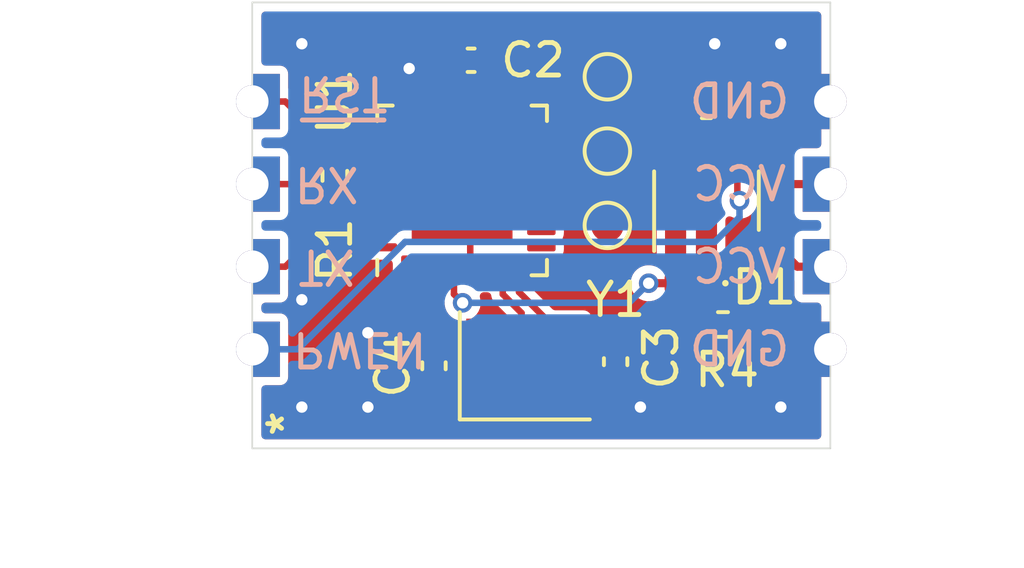
<source format=kicad_pcb>
(kicad_pcb (version 20171130) (host pcbnew "(5.1.8)-1")

  (general
    (thickness 0.5)
    (drawings 19)
    (tracks 109)
    (zones 0)
    (modules 21)
    (nets 14)
  )

  (page A4)
  (layers
    (0 F.Cu signal)
    (31 B.Cu signal)
    (32 B.Adhes user)
    (33 F.Adhes user)
    (34 B.Paste user)
    (35 F.Paste user)
    (36 B.SilkS user hide)
    (37 F.SilkS user)
    (38 B.Mask user)
    (39 F.Mask user)
    (40 Dwgs.User user)
    (41 Cmts.User user)
    (42 Eco1.User user)
    (43 Eco2.User user)
    (44 Edge.Cuts user)
    (45 Margin user hide)
    (46 B.CrtYd user)
    (47 F.CrtYd user)
    (48 B.Fab user)
    (49 F.Fab user hide)
  )

  (setup
    (last_trace_width 0.2)
    (user_trace_width 0.2)
    (trace_clearance 0.2)
    (zone_clearance 0.254)
    (zone_45_only no)
    (trace_min 0.2)
    (via_size 0.8)
    (via_drill 0.4)
    (via_min_size 0.4)
    (via_min_drill 0.3)
    (user_via 0.6 0.35)
    (uvia_size 0.3)
    (uvia_drill 0.1)
    (uvias_allowed no)
    (uvia_min_size 0.2)
    (uvia_min_drill 0.1)
    (edge_width 0.05)
    (segment_width 0.2)
    (pcb_text_width 0.3)
    (pcb_text_size 1.5 1.5)
    (mod_edge_width 0.12)
    (mod_text_size 1 1)
    (mod_text_width 0.15)
    (pad_size 1.524 1.524)
    (pad_drill 0.762)
    (pad_to_mask_clearance 0)
    (aux_axis_origin 102.108 76.708)
    (grid_origin 102.108 76.708)
    (visible_elements 7FFFFFFF)
    (pcbplotparams
      (layerselection 0x00030_7ffffffe)
      (usegerberextensions false)
      (usegerberattributes true)
      (usegerberadvancedattributes true)
      (creategerberjobfile true)
      (excludeedgelayer true)
      (linewidth 0.100000)
      (plotframeref false)
      (viasonmask false)
      (mode 1)
      (useauxorigin false)
      (hpglpennumber 1)
      (hpglpenspeed 20)
      (hpglpendiameter 15.000000)
      (psnegative false)
      (psa4output false)
      (plotreference true)
      (plotvalue true)
      (plotinvisibletext false)
      (padsonsilk false)
      (subtractmaskfromsilk false)
      (outputformat 3)
      (mirror false)
      (drillshape 0)
      (scaleselection 1)
      (outputdirectory "DXF/"))
  )

  (net 0 "")
  (net 1 GND)
  (net 2 +5V)
  (net 3 "Net-(C2-Pad1)")
  (net 4 "Net-(C3-Pad1)")
  (net 5 "Net-(C4-Pad1)")
  (net 6 "Net-(D1-Pad1)")
  (net 7 "Net-(J1-Pad1)")
  (net 8 /UART0_TX)
  (net 9 /UART0_RX)
  (net 10 /ISP_RESET)
  (net 11 /ISP_MISO)
  (net 12 /ISP_MOSI)
  (net 13 /ISP_SCK)

  (net_class Default "This is the default net class."
    (clearance 0.2)
    (trace_width 0.25)
    (via_dia 0.8)
    (via_drill 0.4)
    (uvia_dia 0.3)
    (uvia_drill 0.1)
    (add_net +5V)
    (add_net /ISP_MISO)
    (add_net /ISP_MOSI)
    (add_net /ISP_RESET)
    (add_net /ISP_SCK)
    (add_net /UART0_RX)
    (add_net /UART0_TX)
    (add_net GND)
    (add_net "Net-(C2-Pad1)")
    (add_net "Net-(C3-Pad1)")
    (add_net "Net-(C4-Pad1)")
    (add_net "Net-(D1-Pad1)")
    (add_net "Net-(J1-Pad1)")
  )

  (module Capacitor_SMD:C_0402_1005Metric (layer F.Cu) (tedit 5F68FEEE) (tstamp 618D22DB)
    (at 113.284 87.757 270)
    (descr "Capacitor SMD 0402 (1005 Metric), square (rectangular) end terminal, IPC_7351 nominal, (Body size source: IPC-SM-782 page 76, https://www.pcb-3d.com/wordpress/wp-content/uploads/ipc-sm-782a_amendment_1_and_2.pdf), generated with kicad-footprint-generator")
    (tags capacitor)
    (path /65833E9C)
    (attr smd)
    (fp_text reference C3 (at -0.127 -1.397 270) (layer F.SilkS)
      (effects (font (size 1 1) (thickness 0.15)))
    )
    (fp_text value 22pF (at 0 1.16 90) (layer F.Fab)
      (effects (font (size 1 1) (thickness 0.15)))
    )
    (fp_text user %R (at 0 0 90) (layer F.Fab)
      (effects (font (size 0.25 0.25) (thickness 0.04)))
    )
    (fp_line (start -0.5 0.25) (end -0.5 -0.25) (layer F.Fab) (width 0.1))
    (fp_line (start -0.5 -0.25) (end 0.5 -0.25) (layer F.Fab) (width 0.1))
    (fp_line (start 0.5 -0.25) (end 0.5 0.25) (layer F.Fab) (width 0.1))
    (fp_line (start 0.5 0.25) (end -0.5 0.25) (layer F.Fab) (width 0.1))
    (fp_line (start -0.107836 -0.36) (end 0.107836 -0.36) (layer F.SilkS) (width 0.12))
    (fp_line (start -0.107836 0.36) (end 0.107836 0.36) (layer F.SilkS) (width 0.12))
    (fp_line (start -0.91 0.46) (end -0.91 -0.46) (layer F.CrtYd) (width 0.05))
    (fp_line (start -0.91 -0.46) (end 0.91 -0.46) (layer F.CrtYd) (width 0.05))
    (fp_line (start 0.91 -0.46) (end 0.91 0.46) (layer F.CrtYd) (width 0.05))
    (fp_line (start 0.91 0.46) (end -0.91 0.46) (layer F.CrtYd) (width 0.05))
    (pad 2 smd roundrect (at 0.48 0 270) (size 0.56 0.62) (layers F.Cu F.Paste F.Mask) (roundrect_rratio 0.25)
      (net 1 GND))
    (pad 1 smd roundrect (at -0.48 0 270) (size 0.56 0.62) (layers F.Cu F.Paste F.Mask) (roundrect_rratio 0.25)
      (net 4 "Net-(C3-Pad1)"))
    (model ${KISYS3DMOD}/Capacitor_SMD.3dshapes/C_0402_1005Metric.wrl
      (at (xyz 0 0 0))
      (scale (xyz 1 1 1))
      (rotate (xyz 0 0 0))
    )
  )

  (module Capacitor_SMD:C_0402_1005Metric (layer F.Cu) (tedit 5F68FEEE) (tstamp 617C1B47)
    (at 108.839 78.486 180)
    (descr "Capacitor SMD 0402 (1005 Metric), square (rectangular) end terminal, IPC_7351 nominal, (Body size source: IPC-SM-782 page 76, https://www.pcb-3d.com/wordpress/wp-content/uploads/ipc-sm-782a_amendment_1_and_2.pdf), generated with kicad-footprint-generator")
    (tags capacitor)
    (path /65833EDA)
    (attr smd)
    (fp_text reference C2 (at -1.905 0) (layer F.SilkS)
      (effects (font (size 1 1) (thickness 0.15)))
    )
    (fp_text value 100nF (at 0 1.16) (layer F.Fab)
      (effects (font (size 1 1) (thickness 0.15)))
    )
    (fp_line (start 0.91 0.46) (end -0.91 0.46) (layer F.CrtYd) (width 0.05))
    (fp_line (start 0.91 -0.46) (end 0.91 0.46) (layer F.CrtYd) (width 0.05))
    (fp_line (start -0.91 -0.46) (end 0.91 -0.46) (layer F.CrtYd) (width 0.05))
    (fp_line (start -0.91 0.46) (end -0.91 -0.46) (layer F.CrtYd) (width 0.05))
    (fp_line (start -0.107836 0.36) (end 0.107836 0.36) (layer F.SilkS) (width 0.12))
    (fp_line (start -0.107836 -0.36) (end 0.107836 -0.36) (layer F.SilkS) (width 0.12))
    (fp_line (start 0.5 0.25) (end -0.5 0.25) (layer F.Fab) (width 0.1))
    (fp_line (start 0.5 -0.25) (end 0.5 0.25) (layer F.Fab) (width 0.1))
    (fp_line (start -0.5 -0.25) (end 0.5 -0.25) (layer F.Fab) (width 0.1))
    (fp_line (start -0.5 0.25) (end -0.5 -0.25) (layer F.Fab) (width 0.1))
    (fp_text user %R (at 0 0) (layer F.Fab)
      (effects (font (size 0.25 0.25) (thickness 0.04)))
    )
    (pad 2 smd roundrect (at 0.48 0 180) (size 0.56 0.62) (layers F.Cu F.Paste F.Mask) (roundrect_rratio 0.25)
      (net 1 GND))
    (pad 1 smd roundrect (at -0.48 0 180) (size 0.56 0.62) (layers F.Cu F.Paste F.Mask) (roundrect_rratio 0.25)
      (net 3 "Net-(C2-Pad1)"))
    (model ${KISYS3DMOD}/Capacitor_SMD.3dshapes/C_0402_1005Metric.wrl
      (at (xyz 0 0 0))
      (scale (xyz 1 1 1))
      (rotate (xyz 0 0 0))
    )
  )

  (module Crystal:Crystal_SMD_3225-4Pin_3.2x2.5mm (layer F.Cu) (tedit 5A0FD1B2) (tstamp 617C1C73)
    (at 110.49 87.884)
    (descr "SMD Crystal SERIES SMD3225/4 http://www.txccrystal.com/images/pdf/7m-accuracy.pdf, 3.2x2.5mm^2 package")
    (tags "SMD SMT crystal")
    (path /65833EC0)
    (attr smd)
    (fp_text reference Y1 (at 2.794 -2.032) (layer F.SilkS)
      (effects (font (size 1 1) (thickness 0.15)))
    )
    (fp_text value "8 MHz" (at 0 2.45) (layer F.Fab)
      (effects (font (size 1 1) (thickness 0.15)))
    )
    (fp_text user %R (at 0 0) (layer F.Fab)
      (effects (font (size 0.7 0.7) (thickness 0.105)))
    )
    (fp_line (start -1.6 -1.25) (end -1.6 1.25) (layer F.Fab) (width 0.1))
    (fp_line (start -1.6 1.25) (end 1.6 1.25) (layer F.Fab) (width 0.1))
    (fp_line (start 1.6 1.25) (end 1.6 -1.25) (layer F.Fab) (width 0.1))
    (fp_line (start 1.6 -1.25) (end -1.6 -1.25) (layer F.Fab) (width 0.1))
    (fp_line (start -1.6 0.25) (end -0.6 1.25) (layer F.Fab) (width 0.1))
    (fp_line (start -2 -1.65) (end -2 1.65) (layer F.SilkS) (width 0.12))
    (fp_line (start -2 1.65) (end 2 1.65) (layer F.SilkS) (width 0.12))
    (fp_line (start -2.1 -1.7) (end -2.1 1.7) (layer F.CrtYd) (width 0.05))
    (fp_line (start -2.1 1.7) (end 2.1 1.7) (layer F.CrtYd) (width 0.05))
    (fp_line (start 2.1 1.7) (end 2.1 -1.7) (layer F.CrtYd) (width 0.05))
    (fp_line (start 2.1 -1.7) (end -2.1 -1.7) (layer F.CrtYd) (width 0.05))
    (pad 4 smd rect (at -1.1 -0.85) (size 1.4 1.2) (layers F.Cu F.Paste F.Mask)
      (net 1 GND))
    (pad 3 smd rect (at 1.1 -0.85) (size 1.4 1.2) (layers F.Cu F.Paste F.Mask)
      (net 4 "Net-(C3-Pad1)"))
    (pad 2 smd rect (at 1.1 0.85) (size 1.4 1.2) (layers F.Cu F.Paste F.Mask)
      (net 1 GND))
    (pad 1 smd rect (at -1.1 0.85) (size 1.4 1.2) (layers F.Cu F.Paste F.Mask)
      (net 5 "Net-(C4-Pad1)"))
    (model ${KISYS3DMOD}/Crystal.3dshapes/Crystal_SMD_3225-4Pin_3.2x2.5mm.wrl
      (at (xyz 0 0 0))
      (scale (xyz 1 1 1))
      (rotate (xyz 0 0 0))
    )
  )

  (module ykts-mcu-node:CastellatedHole_1.0mm (layer F.Cu) (tedit 618A35DD) (tstamp 617C1BB3)
    (at 119.888 79.756 180)
    (path /617E1A63)
    (fp_text reference J8 (at 0 1.778) (layer F.SilkS) hide
      (effects (font (size 1 1) (thickness 0.15)))
    )
    (fp_text value GND (at 0 -1.524) (layer F.Fab)
      (effects (font (size 1 1) (thickness 0.15)))
    )
    (pad 1 smd rect (at 0.425 0 180) (size 0.85 1.7) (layers F.Cu F.Paste F.Mask)
      (net 1 GND))
    (pad 1 smd rect (at 0.425 0 180) (size 0.85 1.7) (layers B.Cu B.Paste B.Mask)
      (net 1 GND))
    (pad 1 thru_hole circle (at 0 0 180) (size 1.003 1.003) (drill 1) (layers *.Cu *.Mask)
      (net 1 GND))
  )

  (module ykts-mcu-node:CastellatedHole_1.0mm (layer F.Cu) (tedit 618A35DD) (tstamp 617C1BAC)
    (at 119.888 82.296 180)
    (path /617DDBE5)
    (fp_text reference J7 (at 0 1.778) (layer F.SilkS) hide
      (effects (font (size 1 1) (thickness 0.15)))
    )
    (fp_text value VCC (at 0 -1.524) (layer F.Fab)
      (effects (font (size 1 1) (thickness 0.15)))
    )
    (pad 1 smd rect (at 0.425 0 180) (size 0.85 1.7) (layers F.Cu F.Paste F.Mask)
      (net 2 +5V))
    (pad 1 smd rect (at 0.425 0 180) (size 0.85 1.7) (layers B.Cu B.Paste B.Mask)
      (net 2 +5V))
    (pad 1 thru_hole circle (at 0 0 180) (size 1.003 1.003) (drill 1) (layers *.Cu *.Mask)
      (net 2 +5V))
  )

  (module ykts-mcu-node:CastellatedHole_1.0mm (layer F.Cu) (tedit 618A35DD) (tstamp 617C1BA5)
    (at 119.888 84.836 180)
    (path /617D8E42)
    (fp_text reference J6 (at 0 1.778) (layer F.SilkS) hide
      (effects (font (size 1 1) (thickness 0.15)))
    )
    (fp_text value VCC (at 0 -1.524) (layer F.Fab)
      (effects (font (size 1 1) (thickness 0.15)))
    )
    (pad 1 smd rect (at 0.425 0 180) (size 0.85 1.7) (layers F.Cu F.Paste F.Mask)
      (net 2 +5V))
    (pad 1 smd rect (at 0.425 0 180) (size 0.85 1.7) (layers B.Cu B.Paste B.Mask)
      (net 2 +5V))
    (pad 1 thru_hole circle (at 0 0 180) (size 1.003 1.003) (drill 1) (layers *.Cu *.Mask)
      (net 2 +5V))
  )

  (module ykts-mcu-node:CastellatedHole_1.0mm (layer F.Cu) (tedit 618A35DD) (tstamp 617C1B9E)
    (at 119.888 87.376 180)
    (path /617E1A55)
    (fp_text reference J5 (at 0 1.778) (layer F.SilkS) hide
      (effects (font (size 1 1) (thickness 0.15)))
    )
    (fp_text value GND (at 0 -1.524) (layer F.Fab)
      (effects (font (size 1 1) (thickness 0.15)))
    )
    (pad 1 smd rect (at 0.425 0 180) (size 0.85 1.7) (layers F.Cu F.Paste F.Mask)
      (net 1 GND))
    (pad 1 smd rect (at 0.425 0 180) (size 0.85 1.7) (layers B.Cu B.Paste B.Mask)
      (net 1 GND))
    (pad 1 thru_hole circle (at 0 0 180) (size 1.003 1.003) (drill 1) (layers *.Cu *.Mask)
      (net 1 GND))
  )

  (module ykts-mcu-node:CastellatedHole_1.0mm (layer F.Cu) (tedit 618A35DD) (tstamp 617C47CD)
    (at 102.108 79.756)
    (path /617CC049)
    (fp_text reference J4 (at 0 1.778) (layer F.SilkS) hide
      (effects (font (size 1 1) (thickness 0.15)))
    )
    (fp_text value ~RST (at 0 -1.524) (layer F.Fab)
      (effects (font (size 1 1) (thickness 0.15)))
    )
    (pad 1 smd rect (at 0.425 0) (size 0.85 1.7) (layers F.Cu F.Paste F.Mask)
      (net 10 /ISP_RESET))
    (pad 1 smd rect (at 0.425 0) (size 0.85 1.7) (layers B.Cu B.Paste B.Mask)
      (net 10 /ISP_RESET))
    (pad 1 thru_hole circle (at 0 0) (size 1.003 1.003) (drill 1) (layers *.Cu *.Mask)
      (net 10 /ISP_RESET))
  )

  (module ykts-mcu-node:CastellatedHole_1.0mm (layer F.Cu) (tedit 618A35DD) (tstamp 617C1B90)
    (at 102.108 82.296)
    (path /617CF1CD)
    (fp_text reference J3 (at 0 1.778) (layer F.SilkS) hide
      (effects (font (size 1 1) (thickness 0.15)))
    )
    (fp_text value RX (at 0 -1.524) (layer F.Fab)
      (effects (font (size 1 1) (thickness 0.15)))
    )
    (pad 1 smd rect (at 0.425 0) (size 0.85 1.7) (layers F.Cu F.Paste F.Mask)
      (net 9 /UART0_RX))
    (pad 1 smd rect (at 0.425 0) (size 0.85 1.7) (layers B.Cu B.Paste B.Mask)
      (net 9 /UART0_RX))
    (pad 1 thru_hole circle (at 0 0) (size 1.003 1.003) (drill 1) (layers *.Cu *.Mask)
      (net 9 /UART0_RX))
  )

  (module ykts-mcu-node:CastellatedHole_1.0mm (layer F.Cu) (tedit 618A35DD) (tstamp 617C1B89)
    (at 102.108 84.836)
    (path /617CF04F)
    (fp_text reference J2 (at 0 1.778) (layer F.SilkS) hide
      (effects (font (size 1 1) (thickness 0.15)))
    )
    (fp_text value TX (at 0 -1.524) (layer F.Fab)
      (effects (font (size 1 1) (thickness 0.15)))
    )
    (pad 1 smd rect (at 0.425 0) (size 0.85 1.7) (layers F.Cu F.Paste F.Mask)
      (net 8 /UART0_TX))
    (pad 1 smd rect (at 0.425 0) (size 0.85 1.7) (layers B.Cu B.Paste B.Mask)
      (net 8 /UART0_TX))
    (pad 1 thru_hole circle (at 0 0) (size 1.003 1.003) (drill 1) (layers *.Cu *.Mask)
      (net 8 /UART0_TX))
  )

  (module ykts-mcu-node:CastellatedHole_1.0mm (layer F.Cu) (tedit 618A35DD) (tstamp 617C1B82)
    (at 102.108 87.376)
    (path /617CB605)
    (fp_text reference J1 (at 0 1.778) (layer F.SilkS) hide
      (effects (font (size 1 1) (thickness 0.15)))
    )
    (fp_text value PWEN (at 0 -1.524) (layer F.Fab)
      (effects (font (size 1 1) (thickness 0.15)))
    )
    (pad 1 smd rect (at 0.425 0) (size 0.85 1.7) (layers F.Cu F.Paste F.Mask)
      (net 7 "Net-(J1-Pad1)"))
    (pad 1 smd rect (at 0.425 0) (size 0.85 1.7) (layers B.Cu B.Paste B.Mask)
      (net 7 "Net-(J1-Pad1)"))
    (pad 1 thru_hole circle (at 0 0) (size 1.003 1.003) (drill 1) (layers *.Cu *.Mask)
      (net 7 "Net-(J1-Pad1)"))
  )

  (module Package_TO_SOT_SMD:SOT-23-6 (layer F.Cu) (tedit 5A02FF57) (tstamp 617C1BFC)
    (at 116.078 82.804 90)
    (descr "6-pin SOT-23 package")
    (tags SOT-23-6)
    (path /63916669)
    (attr smd)
    (fp_text reference SW1 (at 0 0 90) (layer F.SilkS) hide
      (effects (font (size 1 1) (thickness 0.15)))
    )
    (fp_text value ADG802BRT (at 0 2.9 90) (layer F.Fab)
      (effects (font (size 1 1) (thickness 0.15)))
    )
    (fp_line (start 0.9 -1.55) (end 0.9 1.55) (layer F.Fab) (width 0.1))
    (fp_line (start 0.9 1.55) (end -0.9 1.55) (layer F.Fab) (width 0.1))
    (fp_line (start -0.9 -0.9) (end -0.9 1.55) (layer F.Fab) (width 0.1))
    (fp_line (start 0.9 -1.55) (end -0.25 -1.55) (layer F.Fab) (width 0.1))
    (fp_line (start -0.9 -0.9) (end -0.25 -1.55) (layer F.Fab) (width 0.1))
    (fp_line (start -1.9 -1.8) (end -1.9 1.8) (layer F.CrtYd) (width 0.05))
    (fp_line (start -1.9 1.8) (end 1.9 1.8) (layer F.CrtYd) (width 0.05))
    (fp_line (start 1.9 1.8) (end 1.9 -1.8) (layer F.CrtYd) (width 0.05))
    (fp_line (start 1.9 -1.8) (end -1.9 -1.8) (layer F.CrtYd) (width 0.05))
    (fp_line (start 0.9 -1.61) (end -1.55 -1.61) (layer F.SilkS) (width 0.12))
    (fp_line (start -0.9 1.61) (end 0.9 1.61) (layer F.SilkS) (width 0.12))
    (fp_text user %R (at 0 0) (layer F.Fab)
      (effects (font (size 0.5 0.5) (thickness 0.075)))
    )
    (pad 5 smd rect (at 1.1 0 90) (size 1.06 0.65) (layers F.Cu F.Paste F.Mask))
    (pad 6 smd rect (at 1.1 -0.95 90) (size 1.06 0.65) (layers F.Cu F.Paste F.Mask)
      (net 2 +5V))
    (pad 4 smd rect (at 1.1 0.95 90) (size 1.06 0.65) (layers F.Cu F.Paste F.Mask)
      (net 7 "Net-(J1-Pad1)"))
    (pad 3 smd rect (at -1.1 0.95 90) (size 1.06 0.65) (layers F.Cu F.Paste F.Mask)
      (net 1 GND))
    (pad 2 smd rect (at -1.1 0 90) (size 1.06 0.65) (layers F.Cu F.Paste F.Mask)
      (net 2 +5V))
    (pad 1 smd rect (at -1.1 -0.95 90) (size 1.06 0.65) (layers F.Cu F.Paste F.Mask)
      (net 3 "Net-(C2-Pad1)"))
    (model ${KISYS3DMOD}/Package_TO_SOT_SMD.3dshapes/SOT-23-6.wrl
      (at (xyz 0 0 0))
      (scale (xyz 1 1 1))
      (rotate (xyz 0 0 0))
    )
  )

  (module Package_DFN_QFN:QFN-32-1EP_5x5mm_P0.5mm_EP3.1x3.1mm (layer F.Cu) (tedit 5DC5F6A4) (tstamp 617C1C5B)
    (at 108.562 82.49 90)
    (descr "QFN, 32 Pin (http://ww1.microchip.com/downloads/en/DeviceDoc/8008S.pdf#page=20), generated with kicad-footprint-generator ipc_noLead_generator.py")
    (tags "QFN NoLead")
    (path /65833EE5)
    (attr smd)
    (fp_text reference U1 (at 2.734 -3.914 90) (layer F.SilkS)
      (effects (font (size 1 1) (thickness 0.15)))
    )
    (fp_text value ATmega328PB-MU (at 3.75 3.96 90) (layer F.Fab)
      (effects (font (size 1 1) (thickness 0.15)))
    )
    (fp_line (start 3.12 -3.12) (end -3.12 -3.12) (layer F.CrtYd) (width 0.05))
    (fp_line (start 3.12 3.12) (end 3.12 -3.12) (layer F.CrtYd) (width 0.05))
    (fp_line (start -3.12 3.12) (end 3.12 3.12) (layer F.CrtYd) (width 0.05))
    (fp_line (start -3.12 -3.12) (end -3.12 3.12) (layer F.CrtYd) (width 0.05))
    (fp_line (start -2.5 -1.5) (end -1.5 -2.5) (layer F.Fab) (width 0.1))
    (fp_line (start -2.5 2.5) (end -2.5 -1.5) (layer F.Fab) (width 0.1))
    (fp_line (start 2.5 2.5) (end -2.5 2.5) (layer F.Fab) (width 0.1))
    (fp_line (start 2.5 -2.5) (end 2.5 2.5) (layer F.Fab) (width 0.1))
    (fp_line (start -1.5 -2.5) (end 2.5 -2.5) (layer F.Fab) (width 0.1))
    (fp_line (start -2.135 -2.61) (end -2.61 -2.61) (layer F.SilkS) (width 0.12))
    (fp_line (start 2.61 2.61) (end 2.61 2.135) (layer F.SilkS) (width 0.12))
    (fp_line (start 2.135 2.61) (end 2.61 2.61) (layer F.SilkS) (width 0.12))
    (fp_line (start -2.61 2.61) (end -2.61 2.135) (layer F.SilkS) (width 0.12))
    (fp_line (start -2.135 2.61) (end -2.61 2.61) (layer F.SilkS) (width 0.12))
    (fp_line (start 2.61 -2.61) (end 2.61 -2.135) (layer F.SilkS) (width 0.12))
    (fp_line (start 2.135 -2.61) (end 2.61 -2.61) (layer F.SilkS) (width 0.12))
    (fp_text user %R (at 0 0 90) (layer F.Fab)
      (effects (font (size 1 1) (thickness 0.15)))
    )
    (pad "" smd roundrect (at 1.03 1.03 90) (size 0.83 0.83) (layers F.Paste) (roundrect_rratio 0.25))
    (pad "" smd roundrect (at 1.03 0 90) (size 0.83 0.83) (layers F.Paste) (roundrect_rratio 0.25))
    (pad "" smd roundrect (at 1.03 -1.03 90) (size 0.83 0.83) (layers F.Paste) (roundrect_rratio 0.25))
    (pad "" smd roundrect (at 0 1.03 90) (size 0.83 0.83) (layers F.Paste) (roundrect_rratio 0.25))
    (pad "" smd roundrect (at 0 0 90) (size 0.83 0.83) (layers F.Paste) (roundrect_rratio 0.25))
    (pad "" smd roundrect (at 0 -1.03 90) (size 0.83 0.83) (layers F.Paste) (roundrect_rratio 0.25))
    (pad "" smd roundrect (at -1.03 1.03 90) (size 0.83 0.83) (layers F.Paste) (roundrect_rratio 0.25))
    (pad "" smd roundrect (at -1.03 0 90) (size 0.83 0.83) (layers F.Paste) (roundrect_rratio 0.25))
    (pad "" smd roundrect (at -1.03 -1.03 90) (size 0.83 0.83) (layers F.Paste) (roundrect_rratio 0.25))
    (pad 33 smd rect (at 0 0 90) (size 3.1 3.1) (layers F.Cu F.Mask)
      (net 1 GND))
    (pad 32 smd roundrect (at -1.75 -2.4375 90) (size 0.25 0.875) (layers F.Cu F.Paste F.Mask) (roundrect_rratio 0.25))
    (pad 31 smd roundrect (at -1.25 -2.4375 90) (size 0.25 0.875) (layers F.Cu F.Paste F.Mask) (roundrect_rratio 0.25)
      (net 8 /UART0_TX))
    (pad 30 smd roundrect (at -0.75 -2.4375 90) (size 0.25 0.875) (layers F.Cu F.Paste F.Mask) (roundrect_rratio 0.25)
      (net 9 /UART0_RX))
    (pad 29 smd roundrect (at -0.25 -2.4375 90) (size 0.25 0.875) (layers F.Cu F.Paste F.Mask) (roundrect_rratio 0.25)
      (net 10 /ISP_RESET))
    (pad 28 smd roundrect (at 0.25 -2.4375 90) (size 0.25 0.875) (layers F.Cu F.Paste F.Mask) (roundrect_rratio 0.25))
    (pad 27 smd roundrect (at 0.75 -2.4375 90) (size 0.25 0.875) (layers F.Cu F.Paste F.Mask) (roundrect_rratio 0.25))
    (pad 26 smd roundrect (at 1.25 -2.4375 90) (size 0.25 0.875) (layers F.Cu F.Paste F.Mask) (roundrect_rratio 0.25))
    (pad 25 smd roundrect (at 1.75 -2.4375 90) (size 0.25 0.875) (layers F.Cu F.Paste F.Mask) (roundrect_rratio 0.25))
    (pad 24 smd roundrect (at 2.4375 -1.75 90) (size 0.875 0.25) (layers F.Cu F.Paste F.Mask) (roundrect_rratio 0.25))
    (pad 23 smd roundrect (at 2.4375 -1.25 90) (size 0.875 0.25) (layers F.Cu F.Paste F.Mask) (roundrect_rratio 0.25))
    (pad 22 smd roundrect (at 2.4375 -0.75 90) (size 0.875 0.25) (layers F.Cu F.Paste F.Mask) (roundrect_rratio 0.25))
    (pad 21 smd roundrect (at 2.4375 -0.25 90) (size 0.875 0.25) (layers F.Cu F.Paste F.Mask) (roundrect_rratio 0.25)
      (net 1 GND))
    (pad 20 smd roundrect (at 2.4375 0.25 90) (size 0.875 0.25) (layers F.Cu F.Paste F.Mask) (roundrect_rratio 0.25)
      (net 3 "Net-(C2-Pad1)"))
    (pad 19 smd roundrect (at 2.4375 0.75 90) (size 0.875 0.25) (layers F.Cu F.Paste F.Mask) (roundrect_rratio 0.25))
    (pad 18 smd roundrect (at 2.4375 1.25 90) (size 0.875 0.25) (layers F.Cu F.Paste F.Mask) (roundrect_rratio 0.25)
      (net 3 "Net-(C2-Pad1)"))
    (pad 17 smd roundrect (at 2.4375 1.75 90) (size 0.875 0.25) (layers F.Cu F.Paste F.Mask) (roundrect_rratio 0.25)
      (net 13 /ISP_SCK))
    (pad 16 smd roundrect (at 1.75 2.4375 90) (size 0.25 0.875) (layers F.Cu F.Paste F.Mask) (roundrect_rratio 0.25)
      (net 11 /ISP_MISO))
    (pad 15 smd roundrect (at 1.25 2.4375 90) (size 0.25 0.875) (layers F.Cu F.Paste F.Mask) (roundrect_rratio 0.25)
      (net 12 /ISP_MOSI))
    (pad 14 smd roundrect (at 0.75 2.4375 90) (size 0.25 0.875) (layers F.Cu F.Paste F.Mask) (roundrect_rratio 0.25))
    (pad 13 smd roundrect (at 0.25 2.4375 90) (size 0.25 0.875) (layers F.Cu F.Paste F.Mask) (roundrect_rratio 0.25))
    (pad 12 smd roundrect (at -0.25 2.4375 90) (size 0.25 0.875) (layers F.Cu F.Paste F.Mask) (roundrect_rratio 0.25))
    (pad 11 smd roundrect (at -0.75 2.4375 90) (size 0.25 0.875) (layers F.Cu F.Paste F.Mask) (roundrect_rratio 0.25))
    (pad 10 smd roundrect (at -1.25 2.4375 90) (size 0.25 0.875) (layers F.Cu F.Paste F.Mask) (roundrect_rratio 0.25))
    (pad 9 smd roundrect (at -1.75 2.4375 90) (size 0.25 0.875) (layers F.Cu F.Paste F.Mask) (roundrect_rratio 0.25))
    (pad 8 smd roundrect (at -2.4375 1.75 90) (size 0.875 0.25) (layers F.Cu F.Paste F.Mask) (roundrect_rratio 0.25)
      (net 4 "Net-(C3-Pad1)"))
    (pad 7 smd roundrect (at -2.4375 1.25 90) (size 0.875 0.25) (layers F.Cu F.Paste F.Mask) (roundrect_rratio 0.25)
      (net 5 "Net-(C4-Pad1)"))
    (pad 6 smd roundrect (at -2.4375 0.75 90) (size 0.875 0.25) (layers F.Cu F.Paste F.Mask) (roundrect_rratio 0.25))
    (pad 5 smd roundrect (at -2.4375 0.25 90) (size 0.875 0.25) (layers F.Cu F.Paste F.Mask) (roundrect_rratio 0.25)
      (net 1 GND))
    (pad 4 smd roundrect (at -2.4375 -0.25 90) (size 0.875 0.25) (layers F.Cu F.Paste F.Mask) (roundrect_rratio 0.25)
      (net 3 "Net-(C2-Pad1)"))
    (pad 3 smd roundrect (at -2.4375 -0.75 90) (size 0.875 0.25) (layers F.Cu F.Paste F.Mask) (roundrect_rratio 0.25))
    (pad 2 smd roundrect (at -2.4375 -1.25 90) (size 0.875 0.25) (layers F.Cu F.Paste F.Mask) (roundrect_rratio 0.25))
    (pad 1 smd roundrect (at -2.4375 -1.75 90) (size 0.875 0.25) (layers F.Cu F.Paste F.Mask) (roundrect_rratio 0.25))
    (model ${KISYS3DMOD}/Package_DFN_QFN.3dshapes/QFN-32-1EP_5x5mm_P0.5mm_EP3.1x3.1mm.wrl
      (at (xyz 0 0 0))
      (scale (xyz 1 1 1))
      (rotate (xyz 0 0 0))
    )
  )

  (module TestPoint:TestPoint_Pad_D1.0mm (layer F.Cu) (tedit 5A0F774F) (tstamp 617C1C14)
    (at 113.03 78.994 90)
    (descr "SMD pad as test Point, diameter 1.0mm")
    (tags "test point SMD pad")
    (path /617BDC8F)
    (attr virtual)
    (fp_text reference TP3 (at 0.127 0 90) (layer F.SilkS) hide
      (effects (font (size 1 1) (thickness 0.15)))
    )
    (fp_text value TestPoint (at 0 1.55 90) (layer F.Fab)
      (effects (font (size 1 1) (thickness 0.15)))
    )
    (fp_circle (center 0 0) (end 0 0.7) (layer F.SilkS) (width 0.12))
    (fp_circle (center 0 0) (end 1 0) (layer F.CrtYd) (width 0.05))
    (fp_text user %R (at 0 -1.45 90) (layer F.Fab)
      (effects (font (size 1 1) (thickness 0.15)))
    )
    (pad 1 smd circle (at 0 0 90) (size 1 1) (layers F.Cu F.Mask)
      (net 13 /ISP_SCK))
  )

  (module TestPoint:TestPoint_Pad_D1.0mm (layer F.Cu) (tedit 5A0F774F) (tstamp 617C1C0C)
    (at 113.03 83.566 90)
    (descr "SMD pad as test Point, diameter 1.0mm")
    (tags "test point SMD pad")
    (path /617BDB5E)
    (attr virtual)
    (fp_text reference TP2 (at 11.43 1.778 90) (layer F.SilkS) hide
      (effects (font (size 1 1) (thickness 0.15)))
    )
    (fp_text value TestPoint (at 0 1.55 90) (layer F.Fab)
      (effects (font (size 1 1) (thickness 0.15)))
    )
    (fp_circle (center 0 0) (end 0 0.7) (layer F.SilkS) (width 0.12))
    (fp_circle (center 0 0) (end 1 0) (layer F.CrtYd) (width 0.05))
    (fp_text user %R (at 0 -1.45 90) (layer F.Fab)
      (effects (font (size 1 1) (thickness 0.15)))
    )
    (pad 1 smd circle (at 0 0 90) (size 1 1) (layers F.Cu F.Mask)
      (net 12 /ISP_MOSI))
  )

  (module TestPoint:TestPoint_Pad_D1.0mm (layer F.Cu) (tedit 5A0F774F) (tstamp 617C1C04)
    (at 113.03 81.28 90)
    (descr "SMD pad as test Point, diameter 1.0mm")
    (tags "test point SMD pad")
    (path /617BD3BA)
    (attr virtual)
    (fp_text reference TP1 (at 9.398 4.064 90) (layer F.SilkS) hide
      (effects (font (size 1 1) (thickness 0.15)))
    )
    (fp_text value TestPoint (at 0 1.55 90) (layer F.Fab)
      (effects (font (size 1 1) (thickness 0.15)))
    )
    (fp_circle (center 0 0) (end 0 0.7) (layer F.SilkS) (width 0.12))
    (fp_circle (center 0 0) (end 1 0) (layer F.CrtYd) (width 0.05))
    (fp_text user %R (at 0 -1.45 90) (layer F.Fab)
      (effects (font (size 1 1) (thickness 0.15)))
    )
    (pad 1 smd circle (at 0 0 90) (size 1 1) (layers F.Cu F.Mask)
      (net 11 /ISP_MISO))
  )

  (module Resistor_SMD:R_0402_1005Metric (layer F.Cu) (tedit 5F68FEEE) (tstamp 617C1BE6)
    (at 116.586 86.614 180)
    (descr "Resistor SMD 0402 (1005 Metric), square (rectangular) end terminal, IPC_7351 nominal, (Body size source: IPC-SM-782 page 72, https://www.pcb-3d.com/wordpress/wp-content/uploads/ipc-sm-782a_amendment_1_and_2.pdf), generated with kicad-footprint-generator")
    (tags resistor)
    (path /65833E81)
    (attr smd)
    (fp_text reference R4 (at -0.127 -1.397) (layer F.SilkS)
      (effects (font (size 1 1) (thickness 0.15)))
    )
    (fp_text value 1K (at 0 1.17) (layer F.Fab)
      (effects (font (size 1 1) (thickness 0.15)))
    )
    (fp_line (start 0.93 0.47) (end -0.93 0.47) (layer F.CrtYd) (width 0.05))
    (fp_line (start 0.93 -0.47) (end 0.93 0.47) (layer F.CrtYd) (width 0.05))
    (fp_line (start -0.93 -0.47) (end 0.93 -0.47) (layer F.CrtYd) (width 0.05))
    (fp_line (start -0.93 0.47) (end -0.93 -0.47) (layer F.CrtYd) (width 0.05))
    (fp_line (start -0.153641 0.38) (end 0.153641 0.38) (layer F.SilkS) (width 0.12))
    (fp_line (start -0.153641 -0.38) (end 0.153641 -0.38) (layer F.SilkS) (width 0.12))
    (fp_line (start 0.525 0.27) (end -0.525 0.27) (layer F.Fab) (width 0.1))
    (fp_line (start 0.525 -0.27) (end 0.525 0.27) (layer F.Fab) (width 0.1))
    (fp_line (start -0.525 -0.27) (end 0.525 -0.27) (layer F.Fab) (width 0.1))
    (fp_line (start -0.525 0.27) (end -0.525 -0.27) (layer F.Fab) (width 0.1))
    (fp_text user %R (at 0 0) (layer F.Fab)
      (effects (font (size 0.26 0.26) (thickness 0.04)))
    )
    (pad 2 smd roundrect (at 0.51 0 180) (size 0.54 0.64) (layers F.Cu F.Paste F.Mask) (roundrect_rratio 0.25)
      (net 6 "Net-(D1-Pad1)"))
    (pad 1 smd roundrect (at -0.51 0 180) (size 0.54 0.64) (layers F.Cu F.Paste F.Mask) (roundrect_rratio 0.25)
      (net 1 GND))
    (model ${KISYS3DMOD}/Resistor_SMD.3dshapes/R_0402_1005Metric.wrl
      (at (xyz 0 0 0))
      (scale (xyz 1 1 1))
      (rotate (xyz 0 0 0))
    )
  )

  (module Resistor_SMD:R_0402_1005Metric (layer F.Cu) (tedit 5F68FEEE) (tstamp 617C1BC4)
    (at 104.648 82.042 90)
    (descr "Resistor SMD 0402 (1005 Metric), square (rectangular) end terminal, IPC_7351 nominal, (Body size source: IPC-SM-782 page 72, https://www.pcb-3d.com/wordpress/wp-content/uploads/ipc-sm-782a_amendment_1_and_2.pdf), generated with kicad-footprint-generator")
    (tags resistor)
    (path /65833DD6)
    (attr smd)
    (fp_text reference R1 (at -2.286 0 90) (layer F.SilkS)
      (effects (font (size 1 1) (thickness 0.15)))
    )
    (fp_text value 20K (at 0 1.17 90) (layer F.Fab)
      (effects (font (size 1 1) (thickness 0.15)))
    )
    (fp_line (start 0.93 0.47) (end -0.93 0.47) (layer F.CrtYd) (width 0.05))
    (fp_line (start 0.93 -0.47) (end 0.93 0.47) (layer F.CrtYd) (width 0.05))
    (fp_line (start -0.93 -0.47) (end 0.93 -0.47) (layer F.CrtYd) (width 0.05))
    (fp_line (start -0.93 0.47) (end -0.93 -0.47) (layer F.CrtYd) (width 0.05))
    (fp_line (start -0.153641 0.38) (end 0.153641 0.38) (layer F.SilkS) (width 0.12))
    (fp_line (start -0.153641 -0.38) (end 0.153641 -0.38) (layer F.SilkS) (width 0.12))
    (fp_line (start 0.525 0.27) (end -0.525 0.27) (layer F.Fab) (width 0.1))
    (fp_line (start 0.525 -0.27) (end 0.525 0.27) (layer F.Fab) (width 0.1))
    (fp_line (start -0.525 -0.27) (end 0.525 -0.27) (layer F.Fab) (width 0.1))
    (fp_line (start -0.525 0.27) (end -0.525 -0.27) (layer F.Fab) (width 0.1))
    (fp_text user %R (at 0 0 90) (layer F.Fab)
      (effects (font (size 0.26 0.26) (thickness 0.04)))
    )
    (pad 2 smd roundrect (at 0.51 0 90) (size 0.54 0.64) (layers F.Cu F.Paste F.Mask) (roundrect_rratio 0.25)
      (net 3 "Net-(C2-Pad1)"))
    (pad 1 smd roundrect (at -0.51 0 90) (size 0.54 0.64) (layers F.Cu F.Paste F.Mask) (roundrect_rratio 0.25)
      (net 10 /ISP_RESET))
    (model ${KISYS3DMOD}/Resistor_SMD.3dshapes/R_0402_1005Metric.wrl
      (at (xyz 0 0 0))
      (scale (xyz 1 1 1))
      (rotate (xyz 0 0 0))
    )
  )

  (module LED_SMD:LED_0402_1005Metric (layer F.Cu) (tedit 5F68FEF1) (tstamp 617C1B7B)
    (at 115.57 85.344 180)
    (descr "LED SMD 0402 (1005 Metric), square (rectangular) end terminal, IPC_7351 nominal, (Body size source: http://www.tortai-tech.com/upload/download/2011102023233369053.pdf), generated with kicad-footprint-generator")
    (tags LED)
    (path /65833E70)
    (attr smd)
    (fp_text reference D1 (at -2.286 -0.127 180) (layer F.SilkS)
      (effects (font (size 1 1) (thickness 0.15)))
    )
    (fp_text value NODE_STATUSLED (at 0 1.17) (layer F.Fab)
      (effects (font (size 1 1) (thickness 0.15)))
    )
    (fp_line (start 0.93 0.47) (end -0.93 0.47) (layer F.CrtYd) (width 0.05))
    (fp_line (start 0.93 -0.47) (end 0.93 0.47) (layer F.CrtYd) (width 0.05))
    (fp_line (start -0.93 -0.47) (end 0.93 -0.47) (layer F.CrtYd) (width 0.05))
    (fp_line (start -0.93 0.47) (end -0.93 -0.47) (layer F.CrtYd) (width 0.05))
    (fp_line (start -0.3 0.25) (end -0.3 -0.25) (layer F.Fab) (width 0.1))
    (fp_line (start -0.4 0.25) (end -0.4 -0.25) (layer F.Fab) (width 0.1))
    (fp_line (start 0.5 0.25) (end -0.5 0.25) (layer F.Fab) (width 0.1))
    (fp_line (start 0.5 -0.25) (end 0.5 0.25) (layer F.Fab) (width 0.1))
    (fp_line (start -0.5 -0.25) (end 0.5 -0.25) (layer F.Fab) (width 0.1))
    (fp_line (start -0.5 0.25) (end -0.5 -0.25) (layer F.Fab) (width 0.1))
    (fp_circle (center -1.09 0) (end -1.04 0) (layer F.SilkS) (width 0.1))
    (fp_text user %R (at 0 0) (layer F.Fab)
      (effects (font (size 0.25 0.25) (thickness 0.04)))
    )
    (pad 2 smd roundrect (at 0.485 0 180) (size 0.59 0.64) (layers F.Cu F.Paste F.Mask) (roundrect_rratio 0.25)
      (net 3 "Net-(C2-Pad1)"))
    (pad 1 smd roundrect (at -0.485 0 180) (size 0.59 0.64) (layers F.Cu F.Paste F.Mask) (roundrect_rratio 0.25)
      (net 6 "Net-(D1-Pad1)"))
    (model ${KISYS3DMOD}/LED_SMD.3dshapes/LED_0402_1005Metric.wrl
      (at (xyz 0 0 0))
      (scale (xyz 1 1 1))
      (rotate (xyz 0 0 0))
    )
  )

  (module Capacitor_SMD:C_0402_1005Metric (layer F.Cu) (tedit 5F68FEEE) (tstamp 617C1B69)
    (at 107.696 87.884 90)
    (descr "Capacitor SMD 0402 (1005 Metric), square (rectangular) end terminal, IPC_7351 nominal, (Body size source: IPC-SM-782 page 76, https://www.pcb-3d.com/wordpress/wp-content/uploads/ipc-sm-782a_amendment_1_and_2.pdf), generated with kicad-footprint-generator")
    (tags capacitor)
    (path /65833DF5)
    (attr smd)
    (fp_text reference C4 (at 0 -1.27 90) (layer F.SilkS)
      (effects (font (size 1 1) (thickness 0.15)))
    )
    (fp_text value 22pF (at 0 -1.27 90) (layer F.Fab)
      (effects (font (size 1 1) (thickness 0.15)))
    )
    (fp_line (start 0.91 0.46) (end -0.91 0.46) (layer F.CrtYd) (width 0.05))
    (fp_line (start 0.91 -0.46) (end 0.91 0.46) (layer F.CrtYd) (width 0.05))
    (fp_line (start -0.91 -0.46) (end 0.91 -0.46) (layer F.CrtYd) (width 0.05))
    (fp_line (start -0.91 0.46) (end -0.91 -0.46) (layer F.CrtYd) (width 0.05))
    (fp_line (start -0.107836 0.36) (end 0.107836 0.36) (layer F.SilkS) (width 0.12))
    (fp_line (start -0.107836 -0.36) (end 0.107836 -0.36) (layer F.SilkS) (width 0.12))
    (fp_line (start 0.5 0.25) (end -0.5 0.25) (layer F.Fab) (width 0.1))
    (fp_line (start 0.5 -0.25) (end 0.5 0.25) (layer F.Fab) (width 0.1))
    (fp_line (start -0.5 -0.25) (end 0.5 -0.25) (layer F.Fab) (width 0.1))
    (fp_line (start -0.5 0.25) (end -0.5 -0.25) (layer F.Fab) (width 0.1))
    (fp_text user %R (at 0 0 90) (layer F.Fab)
      (effects (font (size 0.25 0.25) (thickness 0.04)))
    )
    (pad 2 smd roundrect (at 0.48 0 90) (size 0.56 0.62) (layers F.Cu F.Paste F.Mask) (roundrect_rratio 0.25)
      (net 1 GND))
    (pad 1 smd roundrect (at -0.48 0 90) (size 0.56 0.62) (layers F.Cu F.Paste F.Mask) (roundrect_rratio 0.25)
      (net 5 "Net-(C4-Pad1)"))
    (model ${KISYS3DMOD}/Capacitor_SMD.3dshapes/C_0402_1005Metric.wrl
      (at (xyz 0 0 0))
      (scale (xyz 1 1 1))
      (rotate (xyz 0 0 0))
    )
  )

  (module Capacitor_SMD:C_0603_1608Metric (layer F.Cu) (tedit 5F68FEEE) (tstamp 617C1B36)
    (at 116.078 79.756 180)
    (descr "Capacitor SMD 0603 (1608 Metric), square (rectangular) end terminal, IPC_7351 nominal, (Body size source: IPC-SM-782 page 76, https://www.pcb-3d.com/wordpress/wp-content/uploads/ipc-sm-782a_amendment_1_and_2.pdf), generated with kicad-footprint-generator")
    (tags capacitor)
    (path /65833DB2)
    (attr smd)
    (fp_text reference C1 (at 0 -1.43) (layer F.SilkS) hide
      (effects (font (size 1 1) (thickness 0.15)))
    )
    (fp_text value 1uF (at 0 1.43) (layer F.Fab)
      (effects (font (size 1 1) (thickness 0.15)))
    )
    (fp_line (start 1.48 0.73) (end -1.48 0.73) (layer F.CrtYd) (width 0.05))
    (fp_line (start 1.48 -0.73) (end 1.48 0.73) (layer F.CrtYd) (width 0.05))
    (fp_line (start -1.48 -0.73) (end 1.48 -0.73) (layer F.CrtYd) (width 0.05))
    (fp_line (start -1.48 0.73) (end -1.48 -0.73) (layer F.CrtYd) (width 0.05))
    (fp_line (start -0.14058 0.51) (end 0.14058 0.51) (layer F.SilkS) (width 0.12))
    (fp_line (start -0.14058 -0.51) (end 0.14058 -0.51) (layer F.SilkS) (width 0.12))
    (fp_line (start 0.8 0.4) (end -0.8 0.4) (layer F.Fab) (width 0.1))
    (fp_line (start 0.8 -0.4) (end 0.8 0.4) (layer F.Fab) (width 0.1))
    (fp_line (start -0.8 -0.4) (end 0.8 -0.4) (layer F.Fab) (width 0.1))
    (fp_line (start -0.8 0.4) (end -0.8 -0.4) (layer F.Fab) (width 0.1))
    (fp_text user %R (at 0 0) (layer F.Fab)
      (effects (font (size 0.4 0.4) (thickness 0.06)))
    )
    (pad 2 smd roundrect (at 0.775 0 180) (size 0.9 0.95) (layers F.Cu F.Paste F.Mask) (roundrect_rratio 0.25)
      (net 1 GND))
    (pad 1 smd roundrect (at -0.775 0 180) (size 0.9 0.95) (layers F.Cu F.Paste F.Mask) (roundrect_rratio 0.25)
      (net 2 +5V))
    (model ${KISYS3DMOD}/Capacitor_SMD.3dshapes/C_0603_1608Metric.wrl
      (at (xyz 0 0 0))
      (scale (xyz 1 1 1))
      (rotate (xyz 0 0 0))
    )
  )

  (dimension 2.54 (width 0.15) (layer Dwgs.User)
    (gr_text "0.1000 in" (at 98.014 86.106 270) (layer Dwgs.User)
      (effects (font (size 1 1) (thickness 0.15)))
    )
    (feature1 (pts (xy 102.108 87.376) (xy 98.727579 87.376)))
    (feature2 (pts (xy 102.108 84.836) (xy 98.727579 84.836)))
    (crossbar (pts (xy 99.314 84.836) (xy 99.314 87.376)))
    (arrow1a (pts (xy 99.314 87.376) (xy 98.727579 86.249496)))
    (arrow1b (pts (xy 99.314 87.376) (xy 99.900421 86.249496)))
    (arrow2a (pts (xy 99.314 84.836) (xy 98.727579 85.962504)))
    (arrow2b (pts (xy 99.314 84.836) (xy 99.900421 85.962504)))
  )
  (dimension 3.048 (width 0.15) (layer Dwgs.User)
    (gr_text "0.1200 in" (at 98.014 78.232 90) (layer Dwgs.User)
      (effects (font (size 1 1) (thickness 0.15)))
    )
    (feature1 (pts (xy 102.108 76.708) (xy 98.727579 76.708)))
    (feature2 (pts (xy 102.108 79.756) (xy 98.727579 79.756)))
    (crossbar (pts (xy 99.314 79.756) (xy 99.314 76.708)))
    (arrow1a (pts (xy 99.314 76.708) (xy 99.900421 77.834504)))
    (arrow1b (pts (xy 99.314 76.708) (xy 98.727579 77.834504)))
    (arrow2a (pts (xy 99.314 79.756) (xy 99.900421 78.629496)))
    (arrow2b (pts (xy 99.314 79.756) (xy 98.727579 78.629496)))
  )
  (dimension 13.716 (width 0.15) (layer Dwgs.User)
    (gr_text "13.716 mm" (at 122.204 83.566 90) (layer Dwgs.User)
      (effects (font (size 1 1) (thickness 0.15)))
    )
    (feature1 (pts (xy 119.888 76.708) (xy 121.490421 76.708)))
    (feature2 (pts (xy 119.888 90.424) (xy 121.490421 90.424)))
    (crossbar (pts (xy 120.904 90.424) (xy 120.904 76.708)))
    (arrow1a (pts (xy 120.904 76.708) (xy 121.490421 77.834504)))
    (arrow1b (pts (xy 120.904 76.708) (xy 120.317579 77.834504)))
    (arrow2a (pts (xy 120.904 90.424) (xy 121.490421 89.297496)))
    (arrow2b (pts (xy 120.904 90.424) (xy 120.317579 89.297496)))
  )
  (dimension 17.78 (width 0.15) (layer Dwgs.User)
    (gr_text "17.780 mm" (at 110.998 92.739999) (layer Dwgs.User)
      (effects (font (size 1 1) (thickness 0.15)))
    )
    (feature1 (pts (xy 119.888 90.424) (xy 119.888 92.02642)))
    (feature2 (pts (xy 102.108 90.424) (xy 102.108 92.02642)))
    (crossbar (pts (xy 102.108 91.439999) (xy 119.888 91.439999)))
    (arrow1a (pts (xy 119.888 91.439999) (xy 118.761496 92.02642)))
    (arrow1b (pts (xy 119.888 91.439999) (xy 118.761496 90.853578)))
    (arrow2a (pts (xy 102.108 91.439999) (xy 103.234504 92.02642)))
    (arrow2b (pts (xy 102.108 91.439999) (xy 103.234504 90.853578)))
  )
  (dimension 13.716 (width 0.12) (layer Dwgs.User)
    (gr_text "0.5400 in" (at 124.46 83.566 90) (layer Dwgs.User)
      (effects (font (size 1 1) (thickness 0.15)))
    )
    (feature1 (pts (xy 119.888 76.708) (xy 123.776421 76.708)))
    (feature2 (pts (xy 119.888 90.424) (xy 123.776421 90.424)))
    (crossbar (pts (xy 123.19 90.424) (xy 123.19 76.708)))
    (arrow1a (pts (xy 123.19 76.708) (xy 123.776421 77.834504)))
    (arrow1b (pts (xy 123.19 76.708) (xy 122.603579 77.834504)))
    (arrow2a (pts (xy 123.19 90.424) (xy 123.776421 89.297496)))
    (arrow2b (pts (xy 123.19 90.424) (xy 122.603579 89.297496)))
  )
  (dimension 17.78 (width 0.12) (layer Dwgs.User)
    (gr_text "0.7000 in" (at 110.998 94.742) (layer Dwgs.User)
      (effects (font (size 1 1) (thickness 0.15)))
    )
    (feature1 (pts (xy 119.888 90.424) (xy 119.888 94.058421)))
    (feature2 (pts (xy 102.108 90.424) (xy 102.108 94.058421)))
    (crossbar (pts (xy 102.108 93.472) (xy 119.888 93.472)))
    (arrow1a (pts (xy 119.888 93.472) (xy 118.761496 94.058421)))
    (arrow1b (pts (xy 119.888 93.472) (xy 118.761496 92.885579)))
    (arrow2a (pts (xy 102.108 93.472) (xy 103.234504 94.058421)))
    (arrow2b (pts (xy 102.108 93.472) (xy 103.234504 92.885579)))
  )
  (gr_text * (at 103.124 89.662 90) (layer F.SilkS)
    (effects (font (size 1 1) (thickness 0.15)))
  )
  (gr_text GND (at 117.094 79.756) (layer B.SilkS)
    (effects (font (size 1 1) (thickness 0.15)) (justify mirror))
  )
  (gr_text VCC (at 117.094 82.296) (layer B.SilkS)
    (effects (font (size 1 1) (thickness 0.15)) (justify mirror))
  )
  (gr_text VCC (at 117.094 84.836) (layer B.SilkS)
    (effects (font (size 1 1) (thickness 0.15)) (justify mirror))
  )
  (gr_text GND (at 117.094 87.376) (layer B.SilkS)
    (effects (font (size 1 1) (thickness 0.15)) (justify mirror))
  )
  (gr_text ~RST (at 104.902 79.502 180) (layer B.SilkS)
    (effects (font (size 1 1) (thickness 0.15)) (justify mirror))
  )
  (gr_text RX (at 104.394 82.296 180) (layer B.SilkS)
    (effects (font (size 1 1) (thickness 0.15)) (justify mirror))
  )
  (gr_text TX (at 104.394 84.836 180) (layer B.SilkS)
    (effects (font (size 1 1) (thickness 0.15)) (justify mirror))
  )
  (gr_text PWEN (at 105.41 87.376 180) (layer B.SilkS)
    (effects (font (size 1 1) (thickness 0.15)) (justify mirror))
  )
  (gr_line (start 119.888 90.424) (end 119.888 76.708) (layer Edge.Cuts) (width 0.05) (tstamp 617C672B))
  (gr_line (start 102.108 76.708) (end 102.108 90.424) (layer Edge.Cuts) (width 0.05) (tstamp 617C672A))
  (gr_line (start 119.888 90.424) (end 102.108 90.424) (layer Edge.Cuts) (width 0.05))
  (gr_line (start 102.108 76.708) (end 119.888 76.708) (layer Edge.Cuts) (width 0.05))

  (segment (start 108.812 82.74) (end 108.562 82.49) (width 0.2) (layer F.Cu) (net 1))
  (segment (start 108.812 84.9275) (end 108.812 82.74) (width 0.2) (layer F.Cu) (net 1))
  (segment (start 108.312 82.24) (end 108.562 82.49) (width 0.2) (layer F.Cu) (net 1))
  (segment (start 108.312 80.0525) (end 108.312 82.24) (width 0.2) (layer F.Cu) (net 1))
  (via (at 103.632 89.154) (size 0.6) (drill 0.35) (layers F.Cu B.Cu) (net 1))
  (via (at 105.664 89.154) (size 0.6) (drill 0.35) (layers F.Cu B.Cu) (net 1))
  (via (at 105.664 86.868) (size 0.6) (drill 0.35) (layers F.Cu B.Cu) (net 1))
  (via (at 103.632 85.852) (size 0.6) (drill 0.35) (layers F.Cu B.Cu) (net 1))
  (via (at 103.632 77.978) (size 0.6) (drill 0.35) (layers F.Cu B.Cu) (net 1))
  (via (at 118.364 77.978) (size 0.6) (drill 0.35) (layers F.Cu B.Cu) (net 1))
  (via (at 116.332 77.978) (size 0.6) (drill 0.35) (layers F.Cu B.Cu) (net 1))
  (via (at 118.364 89.154) (size 0.6) (drill 0.35) (layers F.Cu B.Cu) (net 1))
  (via (at 114.046 89.154) (size 0.6) (drill 0.35) (layers F.Cu B.Cu) (net 1))
  (segment (start 113.284 88.237) (end 113.284 88.265) (width 0.2) (layer F.Cu) (net 1))
  (segment (start 112.942 88.607) (end 111.59 88.607) (width 0.2) (layer F.Cu) (net 1))
  (segment (start 113.284 88.265) (end 112.942 88.607) (width 0.2) (layer F.Cu) (net 1))
  (segment (start 107.696 87.404) (end 107.696 87.376) (width 0.2) (layer F.Cu) (net 1))
  (segment (start 108.038 87.034) (end 109.39 87.034) (width 0.2) (layer F.Cu) (net 1))
  (segment (start 107.696 87.376) (end 108.038 87.034) (width 0.2) (layer F.Cu) (net 1))
  (segment (start 109.574 86.85) (end 109.39 87.034) (width 0.2) (layer F.Cu) (net 1))
  (segment (start 108.312 78.533) (end 108.359 78.486) (width 0.2) (layer F.Cu) (net 1))
  (segment (start 108.312 80.0525) (end 108.312 78.533) (width 0.2) (layer F.Cu) (net 1))
  (via (at 106.934 78.74) (size 0.6) (drill 0.35) (layers F.Cu B.Cu) (net 1))
  (segment (start 116.078 83.434) (end 116.078 83.904) (width 0.25) (layer F.Cu) (net 2))
  (segment (start 115.128 82.484) (end 116.078 83.434) (width 0.25) (layer F.Cu) (net 2))
  (segment (start 115.128 81.704) (end 115.128 82.484) (width 0.25) (layer F.Cu) (net 2))
  (segment (start 116.078 83.904) (end 116.078 83.458998) (width 0.2) (layer F.Cu) (net 2))
  (segment (start 116.585998 79.756) (end 115.128 81.213998) (width 0.25) (layer F.Cu) (net 2))
  (segment (start 115.128 81.213998) (end 115.128 81.704) (width 0.25) (layer F.Cu) (net 2))
  (segment (start 116.853 79.756) (end 116.585998 79.756) (width 0.25) (layer F.Cu) (net 2))
  (segment (start 118.364 82.296) (end 119.463 82.296) (width 0.25) (layer F.Cu) (net 2))
  (segment (start 117.602 79.756) (end 116.853 79.756) (width 0.25) (layer F.Cu) (net 2))
  (segment (start 118.364 84.328) (end 118.364 80.518) (width 0.25) (layer F.Cu) (net 2))
  (segment (start 118.872 84.836) (end 118.364 84.328) (width 0.25) (layer F.Cu) (net 2))
  (segment (start 118.364 80.518) (end 117.602 79.756) (width 0.25) (layer F.Cu) (net 2))
  (segment (start 119.463 84.836) (end 118.872 84.836) (width 0.25) (layer F.Cu) (net 2))
  (segment (start 115.128 85.301) (end 115.085 85.344) (width 0.2) (layer F.Cu) (net 3))
  (segment (start 115.128 83.904) (end 115.128 85.301) (width 0.2) (layer F.Cu) (net 3))
  (segment (start 109.812 79.602332) (end 109.812 80.0525) (width 0.2) (layer F.Cu) (net 3))
  (segment (start 109.099342 79.31499) (end 109.524658 79.31499) (width 0.2) (layer F.Cu) (net 3))
  (segment (start 108.812 80.0525) (end 108.812 79.602332) (width 0.2) (layer F.Cu) (net 3))
  (segment (start 109.524658 79.31499) (end 109.812 79.602332) (width 0.2) (layer F.Cu) (net 3))
  (via (at 114.3 85.344) (size 0.6) (drill 0.35) (layers F.Cu B.Cu) (net 3))
  (segment (start 114.3 85.344) (end 115.085 85.344) (width 0.25) (layer F.Cu) (net 3))
  (segment (start 109.319 79.25798) (end 109.28699 79.28999) (width 0.25) (layer F.Cu) (net 3))
  (segment (start 109.319 78.486) (end 109.319 79.25798) (width 0.25) (layer F.Cu) (net 3))
  (segment (start 115.128 83.251) (end 115.128 83.904) (width 0.25) (layer F.Cu) (net 3))
  (segment (start 114.477999 78.790999) (end 114.477999 82.600999) (width 0.25) (layer F.Cu) (net 3))
  (segment (start 114.477999 82.600999) (end 115.128 83.251) (width 0.25) (layer F.Cu) (net 3))
  (segment (start 113.538 77.851) (end 114.477999 78.790999) (width 0.25) (layer F.Cu) (net 3))
  (segment (start 109.601 77.851) (end 113.538 77.851) (width 0.25) (layer F.Cu) (net 3))
  (segment (start 109.319 78.486) (end 109.319 78.133) (width 0.25) (layer F.Cu) (net 3))
  (via (at 108.57757 85.946803) (size 0.6) (drill 0.35) (layers F.Cu B.Cu) (net 3))
  (segment (start 108.312 85.681233) (end 108.57757 85.946803) (width 0.2) (layer F.Cu) (net 3))
  (segment (start 108.312 84.9275) (end 108.312 85.681233) (width 0.2) (layer F.Cu) (net 3))
  (segment (start 113.697197 85.946803) (end 114.3 85.344) (width 0.2) (layer B.Cu) (net 3))
  (segment (start 108.57757 85.946803) (end 113.697197 85.946803) (width 0.2) (layer B.Cu) (net 3))
  (segment (start 108.812 79.602332) (end 109.099342 79.31499) (width 0.2) (layer F.Cu) (net 3))
  (segment (start 109.319 78.133) (end 109.601 77.851) (width 0.25) (layer F.Cu) (net 3))
  (segment (start 109.06199 77.87599) (end 109.319 78.133) (width 0.2) (layer F.Cu) (net 3))
  (segment (start 106.52801 77.87599) (end 109.06199 77.87599) (width 0.2) (layer F.Cu) (net 3))
  (segment (start 104.648 79.756) (end 106.52801 77.87599) (width 0.2) (layer F.Cu) (net 3))
  (segment (start 104.648 81.532) (end 104.648 79.756) (width 0.2) (layer F.Cu) (net 3))
  (segment (start 112.914 86.907) (end 113.284 87.277) (width 0.2) (layer F.Cu) (net 4))
  (segment (start 111.59 86.907) (end 112.914 86.907) (width 0.2) (layer F.Cu) (net 4))
  (segment (start 111.59 87.034) (end 111.59 86.894302) (width 0.2) (layer F.Cu) (net 4))
  (segment (start 110.312 85.616302) (end 110.312 84.9275) (width 0.2) (layer F.Cu) (net 4))
  (segment (start 111.59 86.894302) (end 110.312 85.616302) (width 0.2) (layer F.Cu) (net 4))
  (segment (start 108.066 88.734) (end 107.696 88.364) (width 0.2) (layer F.Cu) (net 5))
  (segment (start 109.39 88.734) (end 108.066 88.734) (width 0.2) (layer F.Cu) (net 5))
  (segment (start 110.29 88.734) (end 109.39 88.734) (width 0.2) (layer F.Cu) (net 5))
  (segment (start 110.390001 88.633999) (end 110.29 88.734) (width 0.2) (layer F.Cu) (net 5))
  (segment (start 110.390001 86.260001) (end 110.390001 88.633999) (width 0.2) (layer F.Cu) (net 5))
  (segment (start 109.812 85.682) (end 110.390001 86.260001) (width 0.2) (layer F.Cu) (net 5))
  (segment (start 109.812 84.9275) (end 109.812 85.682) (width 0.2) (layer F.Cu) (net 5))
  (segment (start 116.055 86.593) (end 116.076 86.614) (width 0.2) (layer F.Cu) (net 6))
  (segment (start 116.055 85.344) (end 116.055 86.593) (width 0.2) (layer F.Cu) (net 6))
  (segment (start 117.028 82.738) (end 117.094 82.804) (width 0.2) (layer F.Cu) (net 7))
  (segment (start 117.028 81.704) (end 117.028 82.738) (width 0.2) (layer F.Cu) (net 7))
  (via (at 117.094 82.804) (size 0.6) (drill 0.35) (layers F.Cu B.Cu) (net 7))
  (segment (start 117.094 83.312) (end 117.094 82.804) (width 0.2) (layer B.Cu) (net 7))
  (segment (start 116.332 84.074) (end 117.094 83.312) (width 0.2) (layer B.Cu) (net 7))
  (segment (start 106.807998 84.074) (end 116.332 84.074) (width 0.2) (layer B.Cu) (net 7))
  (segment (start 103.505998 87.376) (end 106.807998 84.074) (width 0.2) (layer B.Cu) (net 7))
  (segment (start 102.533 87.376) (end 103.505998 87.376) (width 0.2) (layer B.Cu) (net 7))
  (segment (start 106.1245 83.74) (end 104.22 83.74) (width 0.2) (layer F.Cu) (net 8))
  (segment (start 104.22 83.74) (end 103.124 84.836) (width 0.2) (layer F.Cu) (net 8))
  (segment (start 103.124 84.836) (end 102.533 84.836) (width 0.2) (layer F.Cu) (net 8))
  (segment (start 104.264301 83.24) (end 106.1245 83.24) (width 0.2) (layer F.Cu) (net 9))
  (segment (start 103.320301 82.296) (end 104.264301 83.24) (width 0.2) (layer F.Cu) (net 9))
  (segment (start 102.533 82.296) (end 103.320301 82.296) (width 0.2) (layer F.Cu) (net 9))
  (segment (start 103.124 79.756) (end 102.533 79.756) (width 0.2) (layer F.Cu) (net 10))
  (segment (start 103.632 80.264) (end 103.124 79.756) (width 0.2) (layer F.Cu) (net 10))
  (segment (start 104.142 82.552) (end 103.632 82.042001) (width 0.2) (layer F.Cu) (net 10))
  (segment (start 104.648 82.552) (end 104.142 82.552) (width 0.2) (layer F.Cu) (net 10))
  (segment (start 106.1245 82.74) (end 105.346 82.74) (width 0.2) (layer F.Cu) (net 10))
  (segment (start 105.158 82.552) (end 104.648 82.552) (width 0.2) (layer F.Cu) (net 10))
  (segment (start 105.346 82.74) (end 105.158 82.552) (width 0.2) (layer F.Cu) (net 10))
  (segment (start 103.632 82.042001) (end 103.632 80.264) (width 0.2) (layer F.Cu) (net 10))
  (segment (start 112.49 80.74) (end 113.03 81.28) (width 0.2) (layer F.Cu) (net 11))
  (segment (start 110.9995 80.74) (end 112.49 80.74) (width 0.2) (layer F.Cu) (net 11))
  (segment (start 110.9995 81.24) (end 111.72 81.24) (width 0.2) (layer F.Cu) (net 12))
  (segment (start 111.72 81.24) (end 112.014 81.534) (width 0.2) (layer F.Cu) (net 12))
  (segment (start 112.014 81.534) (end 112.014 82.804) (width 0.2) (layer F.Cu) (net 12))
  (segment (start 112.776 83.566) (end 113.03 83.566) (width 0.2) (layer F.Cu) (net 12))
  (segment (start 112.014 82.804) (end 112.776 83.566) (width 0.2) (layer F.Cu) (net 12))
  (segment (start 110.312 80.0525) (end 110.312 79.426) (width 0.2) (layer F.Cu) (net 13))
  (segment (start 110.744 78.994) (end 113.03 78.994) (width 0.2) (layer F.Cu) (net 13))
  (segment (start 110.312 79.426) (end 110.744 78.994) (width 0.2) (layer F.Cu) (net 13))

  (zone (net 1) (net_name GND) (layer F.Cu) (tstamp 618AEAF5) (hatch edge 0.508)
    (connect_pads yes (clearance 0.254))
    (min_thickness 0.254)
    (fill yes (arc_segments 32) (thermal_gap 0.508) (thermal_bridge_width 0.508))
    (polygon
      (pts
        (xy 119.634 76.962) (xy 119.634 90.17) (xy 102.362 90.17) (xy 102.362 76.962)
      )
    )
    (filled_polygon
      (pts
        (xy 113.971999 79.000591) (xy 113.972 82.576143) (xy 113.969552 82.600999) (xy 113.979321 82.700191) (xy 114.008254 82.795573)
        (xy 114.02159 82.820522) (xy 114.055241 82.883478) (xy 114.118473 82.960526) (xy 114.137779 82.97637) (xy 114.435242 83.273833)
        (xy 114.427513 83.299311) (xy 114.420157 83.374) (xy 114.420157 84.434) (xy 114.427513 84.508689) (xy 114.449299 84.580508)
        (xy 114.484678 84.646696) (xy 114.530297 84.702284) (xy 114.49864 84.689171) (xy 114.367073 84.663) (xy 114.232927 84.663)
        (xy 114.10136 84.689171) (xy 113.977426 84.740506) (xy 113.865888 84.815033) (xy 113.771033 84.909888) (xy 113.696506 85.021426)
        (xy 113.645171 85.14536) (xy 113.619 85.276927) (xy 113.619 85.411073) (xy 113.645171 85.54264) (xy 113.696506 85.666574)
        (xy 113.771033 85.778112) (xy 113.865888 85.872967) (xy 113.977426 85.947494) (xy 114.10136 85.998829) (xy 114.232927 86.025)
        (xy 114.367073 86.025) (xy 114.49864 85.998829) (xy 114.622574 85.947494) (xy 114.627058 85.944498) (xy 114.642857 85.957464)
        (xy 114.734547 86.006473) (xy 114.834035 86.036653) (xy 114.9375 86.046843) (xy 115.2325 86.046843) (xy 115.335965 86.036653)
        (xy 115.435453 86.006473) (xy 115.527143 85.957464) (xy 115.57 85.922292) (xy 115.574 85.925575) (xy 115.574001 86.063841)
        (xy 115.510429 86.141302) (xy 115.462575 86.23083) (xy 115.433107 86.327974) (xy 115.423157 86.429) (xy 115.423157 86.799)
        (xy 115.433107 86.900026) (xy 115.462575 86.99717) (xy 115.510429 87.086698) (xy 115.57483 87.16517) (xy 115.653302 87.229571)
        (xy 115.74283 87.277425) (xy 115.839974 87.306893) (xy 115.941 87.316843) (xy 116.211 87.316843) (xy 116.312026 87.306893)
        (xy 116.40917 87.277425) (xy 116.498698 87.229571) (xy 116.57717 87.16517) (xy 116.641571 87.086698) (xy 116.689425 86.99717)
        (xy 116.718893 86.900026) (xy 116.728843 86.799) (xy 116.728843 86.429) (xy 116.718893 86.327974) (xy 116.689425 86.23083)
        (xy 116.641571 86.141302) (xy 116.57717 86.06283) (xy 116.536 86.029042) (xy 116.536 85.925575) (xy 116.577509 85.891509)
        (xy 116.643464 85.811143) (xy 116.692473 85.719453) (xy 116.722653 85.619965) (xy 116.732843 85.5165) (xy 116.732843 85.1715)
        (xy 116.722653 85.068035) (xy 116.692473 84.968547) (xy 116.643464 84.876857) (xy 116.577509 84.796491) (xy 116.559979 84.782104)
        (xy 116.615696 84.752322) (xy 116.673711 84.704711) (xy 116.721322 84.646696) (xy 116.756701 84.580508) (xy 116.778487 84.508689)
        (xy 116.785843 84.434) (xy 116.785843 83.413466) (xy 116.89536 83.458829) (xy 117.026927 83.485) (xy 117.161073 83.485)
        (xy 117.29264 83.458829) (xy 117.416574 83.407494) (xy 117.528112 83.332967) (xy 117.622967 83.238112) (xy 117.697494 83.126574)
        (xy 117.748829 83.00264) (xy 117.775 82.871073) (xy 117.775 82.736927) (xy 117.748829 82.60536) (xy 117.697494 82.481426)
        (xy 117.67264 82.44423) (xy 117.706701 82.380508) (xy 117.728487 82.308689) (xy 117.735843 82.234) (xy 117.735843 81.174)
        (xy 117.728487 81.099311) (xy 117.706701 81.027492) (xy 117.671322 80.961304) (xy 117.623711 80.903289) (xy 117.565696 80.855678)
        (xy 117.499508 80.820299) (xy 117.427689 80.798513) (xy 117.353 80.791157) (xy 116.703 80.791157) (xy 116.628311 80.798513)
        (xy 116.556492 80.820299) (xy 116.553 80.822166) (xy 116.549508 80.820299) (xy 116.477689 80.798513) (xy 116.403 80.791157)
        (xy 116.266433 80.791157) (xy 116.467992 80.589597) (xy 116.509416 80.602163) (xy 116.628 80.613843) (xy 117.078 80.613843)
        (xy 117.196584 80.602163) (xy 117.310611 80.567574) (xy 117.415699 80.511403) (xy 117.50781 80.43581) (xy 117.534138 80.403729)
        (xy 117.858001 80.727593) (xy 117.858001 82.27114) (xy 117.855552 82.296) (xy 117.858001 82.320859) (xy 117.858 84.303154)
        (xy 117.855553 84.328) (xy 117.858 84.352846) (xy 117.858 84.352853) (xy 117.865322 84.427192) (xy 117.894255 84.522574)
        (xy 117.941241 84.610479) (xy 118.004473 84.687527) (xy 118.023785 84.703376) (xy 118.496628 85.17622) (xy 118.512473 85.195527)
        (xy 118.589521 85.258759) (xy 118.655157 85.293842) (xy 118.655157 85.686) (xy 118.662513 85.760689) (xy 118.684299 85.832508)
        (xy 118.719678 85.898696) (xy 118.767289 85.956711) (xy 118.825304 86.004322) (xy 118.891492 86.039701) (xy 118.963311 86.061487)
        (xy 119.038 86.068843) (xy 119.482 86.068843) (xy 119.482 90.018) (xy 102.514 90.018) (xy 102.514 88.608843)
        (xy 102.958 88.608843) (xy 103.032689 88.601487) (xy 103.104508 88.579701) (xy 103.170696 88.544322) (xy 103.228711 88.496711)
        (xy 103.276322 88.438696) (xy 103.311701 88.372508) (xy 103.333487 88.300689) (xy 103.340843 88.226) (xy 103.340843 86.526)
        (xy 103.333487 86.451311) (xy 103.311701 86.379492) (xy 103.276322 86.313304) (xy 103.228711 86.255289) (xy 103.170696 86.207678)
        (xy 103.104508 86.172299) (xy 103.032689 86.150513) (xy 102.958 86.143157) (xy 102.514 86.143157) (xy 102.514 86.068843)
        (xy 102.958 86.068843) (xy 103.032689 86.061487) (xy 103.104508 86.039701) (xy 103.170696 86.004322) (xy 103.228711 85.956711)
        (xy 103.276322 85.898696) (xy 103.311701 85.832508) (xy 103.333487 85.760689) (xy 103.340843 85.686) (xy 103.340843 85.265495)
        (xy 103.392522 85.237872) (xy 103.465764 85.177764) (xy 103.48083 85.159406) (xy 104.419237 84.221) (xy 105.304157 84.221)
        (xy 105.304157 84.3025) (xy 105.312714 84.389382) (xy 105.338057 84.472925) (xy 105.379211 84.549919) (xy 105.434595 84.617405)
        (xy 105.502081 84.672789) (xy 105.579075 84.713943) (xy 105.662618 84.739286) (xy 105.7495 84.747843) (xy 106.304157 84.747843)
        (xy 106.304157 85.3025) (xy 106.312714 85.389382) (xy 106.338057 85.472925) (xy 106.379211 85.549919) (xy 106.434595 85.617405)
        (xy 106.502081 85.672789) (xy 106.579075 85.713943) (xy 106.662618 85.739286) (xy 106.7495 85.747843) (xy 106.8745 85.747843)
        (xy 106.961382 85.739286) (xy 107.044925 85.713943) (xy 107.062 85.704816) (xy 107.079075 85.713943) (xy 107.162618 85.739286)
        (xy 107.2495 85.747843) (xy 107.3745 85.747843) (xy 107.461382 85.739286) (xy 107.544925 85.713943) (xy 107.562 85.704816)
        (xy 107.579075 85.713943) (xy 107.662618 85.739286) (xy 107.7495 85.747843) (xy 107.835234 85.747843) (xy 107.83796 85.775525)
        (xy 107.865465 85.866194) (xy 107.89657 85.924388) (xy 107.89657 86.013876) (xy 107.922741 86.145443) (xy 107.974076 86.269377)
        (xy 108.048603 86.380915) (xy 108.143458 86.47577) (xy 108.254996 86.550297) (xy 108.37893 86.601632) (xy 108.510497 86.627803)
        (xy 108.644643 86.627803) (xy 108.77621 86.601632) (xy 108.900144 86.550297) (xy 109.011682 86.47577) (xy 109.106537 86.380915)
        (xy 109.181064 86.269377) (xy 109.232399 86.145443) (xy 109.25857 86.013876) (xy 109.25857 85.87973) (xy 109.232399 85.748163)
        (xy 109.231533 85.746073) (xy 109.2495 85.747843) (xy 109.335158 85.747843) (xy 109.33796 85.776292) (xy 109.358099 85.842678)
        (xy 109.365465 85.866961) (xy 109.410129 85.950522) (xy 109.470237 86.023764) (xy 109.488589 86.038825) (xy 109.909001 86.459238)
        (xy 109.909002 87.751157) (xy 108.69 87.751157) (xy 108.615311 87.758513) (xy 108.543492 87.780299) (xy 108.477304 87.815678)
        (xy 108.419289 87.863289) (xy 108.371678 87.921304) (xy 108.336299 87.987492) (xy 108.333864 87.995518) (xy 108.300728 87.933524)
        (xy 108.235706 87.854294) (xy 108.156476 87.789272) (xy 108.066083 87.740956) (xy 107.968002 87.711203) (xy 107.866 87.701157)
        (xy 107.526 87.701157) (xy 107.423998 87.711203) (xy 107.325917 87.740956) (xy 107.235524 87.789272) (xy 107.156294 87.854294)
        (xy 107.091272 87.933524) (xy 107.042956 88.023917) (xy 107.013203 88.121998) (xy 107.003157 88.224) (xy 107.003157 88.504)
        (xy 107.013203 88.606002) (xy 107.042956 88.704083) (xy 107.091272 88.794476) (xy 107.156294 88.873706) (xy 107.235524 88.938728)
        (xy 107.325917 88.987044) (xy 107.423998 89.016797) (xy 107.526 89.026843) (xy 107.678606 89.026843) (xy 107.709174 89.057411)
        (xy 107.724236 89.075764) (xy 107.797478 89.135872) (xy 107.881039 89.180536) (xy 107.944203 89.199696) (xy 107.971707 89.20804)
        (xy 108.065999 89.217327) (xy 108.089626 89.215) (xy 108.307157 89.215) (xy 108.307157 89.334) (xy 108.314513 89.408689)
        (xy 108.336299 89.480508) (xy 108.371678 89.546696) (xy 108.419289 89.604711) (xy 108.477304 89.652322) (xy 108.543492 89.687701)
        (xy 108.615311 89.709487) (xy 108.69 89.716843) (xy 110.09 89.716843) (xy 110.164689 89.709487) (xy 110.236508 89.687701)
        (xy 110.302696 89.652322) (xy 110.360711 89.604711) (xy 110.408322 89.546696) (xy 110.443701 89.480508) (xy 110.465487 89.408689)
        (xy 110.472843 89.334) (xy 110.472843 89.181178) (xy 110.474961 89.180536) (xy 110.558522 89.135872) (xy 110.631764 89.075764)
        (xy 110.64683 89.057406) (xy 110.713407 88.990829) (xy 110.731765 88.975763) (xy 110.791873 88.902521) (xy 110.836537 88.81896)
        (xy 110.864041 88.728291) (xy 110.871001 88.657625) (xy 110.873328 88.633999) (xy 110.871001 88.610373) (xy 110.871001 88.014972)
        (xy 110.89 88.016843) (xy 112.29 88.016843) (xy 112.364689 88.009487) (xy 112.436508 87.987701) (xy 112.502696 87.952322)
        (xy 112.560711 87.904711) (xy 112.608322 87.846696) (xy 112.643701 87.780508) (xy 112.665487 87.708689) (xy 112.667733 87.685887)
        (xy 112.679272 87.707476) (xy 112.744294 87.786706) (xy 112.823524 87.851728) (xy 112.913917 87.900044) (xy 113.011998 87.929797)
        (xy 113.114 87.939843) (xy 113.454 87.939843) (xy 113.556002 87.929797) (xy 113.654083 87.900044) (xy 113.744476 87.851728)
        (xy 113.823706 87.786706) (xy 113.888728 87.707476) (xy 113.937044 87.617083) (xy 113.966797 87.519002) (xy 113.976843 87.417)
        (xy 113.976843 87.137) (xy 113.966797 87.034998) (xy 113.937044 86.936917) (xy 113.888728 86.846524) (xy 113.823706 86.767294)
        (xy 113.744476 86.702272) (xy 113.654083 86.653956) (xy 113.556002 86.624203) (xy 113.454 86.614157) (xy 113.301393 86.614157)
        (xy 113.27083 86.583593) (xy 113.255764 86.565236) (xy 113.182522 86.505128) (xy 113.098961 86.460464) (xy 113.008292 86.43296)
        (xy 112.979559 86.43013) (xy 112.914 86.423673) (xy 112.890374 86.426) (xy 112.672055 86.426) (xy 112.665487 86.359311)
        (xy 112.643701 86.287492) (xy 112.608322 86.221304) (xy 112.560711 86.163289) (xy 112.502696 86.115678) (xy 112.436508 86.080299)
        (xy 112.364689 86.058513) (xy 112.29 86.051157) (xy 111.427092 86.051157) (xy 110.800587 85.424652) (xy 110.811286 85.389382)
        (xy 110.819843 85.3025) (xy 110.819843 84.747843) (xy 111.3745 84.747843) (xy 111.461382 84.739286) (xy 111.544925 84.713943)
        (xy 111.621919 84.672789) (xy 111.689405 84.617405) (xy 111.744789 84.549919) (xy 111.785943 84.472925) (xy 111.811286 84.389382)
        (xy 111.819843 84.3025) (xy 111.819843 84.1775) (xy 111.811286 84.090618) (xy 111.785943 84.007075) (xy 111.776816 83.99)
        (xy 111.785943 83.972925) (xy 111.811286 83.889382) (xy 111.819843 83.8025) (xy 111.819843 83.6775) (xy 111.811286 83.590618)
        (xy 111.785943 83.507075) (xy 111.776816 83.49) (xy 111.785943 83.472925) (xy 111.811286 83.389382) (xy 111.819843 83.3025)
        (xy 111.819843 83.290079) (xy 112.149 83.619237) (xy 112.149 83.652771) (xy 112.182856 83.822978) (xy 112.249268 83.98331)
        (xy 112.345682 84.127605) (xy 112.468395 84.250318) (xy 112.61269 84.346732) (xy 112.773022 84.413144) (xy 112.943229 84.447)
        (xy 113.116771 84.447) (xy 113.286978 84.413144) (xy 113.44731 84.346732) (xy 113.591605 84.250318) (xy 113.714318 84.127605)
        (xy 113.810732 83.98331) (xy 113.877144 83.822978) (xy 113.911 83.652771) (xy 113.911 83.479229) (xy 113.877144 83.309022)
        (xy 113.810732 83.14869) (xy 113.714318 83.004395) (xy 113.591605 82.881682) (xy 113.44731 82.785268) (xy 113.286978 82.718856)
        (xy 113.116771 82.685) (xy 112.943229 82.685) (xy 112.773022 82.718856) (xy 112.657106 82.76687) (xy 112.495 82.604764)
        (xy 112.495 81.982095) (xy 112.61269 82.060732) (xy 112.773022 82.127144) (xy 112.943229 82.161) (xy 113.116771 82.161)
        (xy 113.286978 82.127144) (xy 113.44731 82.060732) (xy 113.591605 81.964318) (xy 113.714318 81.841605) (xy 113.810732 81.69731)
        (xy 113.877144 81.536978) (xy 113.911 81.366771) (xy 113.911 81.193229) (xy 113.877144 81.023022) (xy 113.810732 80.86269)
        (xy 113.714318 80.718395) (xy 113.591605 80.595682) (xy 113.44731 80.499268) (xy 113.286978 80.432856) (xy 113.116771 80.399)
        (xy 112.943229 80.399) (xy 112.848149 80.417913) (xy 112.84683 80.416594) (xy 112.831764 80.398236) (xy 112.758522 80.338128)
        (xy 112.674961 80.293464) (xy 112.584292 80.26596) (xy 112.564382 80.263999) (xy 112.49 80.256673) (xy 112.466374 80.259)
        (xy 111.521662 80.259) (xy 111.461382 80.240714) (xy 111.3745 80.232157) (xy 110.819843 80.232157) (xy 110.819843 79.6775)
        (xy 110.81275 79.605486) (xy 110.943237 79.475) (xy 112.291824 79.475) (xy 112.345682 79.555605) (xy 112.468395 79.678318)
        (xy 112.61269 79.774732) (xy 112.773022 79.841144) (xy 112.943229 79.875) (xy 113.116771 79.875) (xy 113.286978 79.841144)
        (xy 113.44731 79.774732) (xy 113.591605 79.678318) (xy 113.714318 79.555605) (xy 113.810732 79.41131) (xy 113.877144 79.250978)
        (xy 113.911 79.080771) (xy 113.911 78.939592)
      )
    )
    (filled_polygon
      (pts
        (xy 108.656157 78.656) (xy 108.666203 78.758002) (xy 108.695956 78.856083) (xy 108.744272 78.946476) (xy 108.762745 78.968986)
        (xy 108.757578 78.973226) (xy 108.742512 78.991584) (xy 108.488589 79.245507) (xy 108.470237 79.260568) (xy 108.455176 79.27892)
        (xy 108.410129 79.33381) (xy 108.365465 79.417371) (xy 108.33851 79.506228) (xy 108.338057 79.507075) (xy 108.312714 79.590618)
        (xy 108.312 79.597867) (xy 108.311286 79.590618) (xy 108.285943 79.507075) (xy 108.244789 79.430081) (xy 108.189405 79.362595)
        (xy 108.121919 79.307211) (xy 108.044925 79.266057) (xy 107.961382 79.240714) (xy 107.8745 79.232157) (xy 107.7495 79.232157)
        (xy 107.662618 79.240714) (xy 107.579075 79.266057) (xy 107.562 79.275184) (xy 107.544925 79.266057) (xy 107.461382 79.240714)
        (xy 107.3745 79.232157) (xy 107.2495 79.232157) (xy 107.162618 79.240714) (xy 107.079075 79.266057) (xy 107.062 79.275184)
        (xy 107.044925 79.266057) (xy 106.961382 79.240714) (xy 106.8745 79.232157) (xy 106.7495 79.232157) (xy 106.662618 79.240714)
        (xy 106.579075 79.266057) (xy 106.502081 79.307211) (xy 106.434595 79.362595) (xy 106.379211 79.430081) (xy 106.338057 79.507075)
        (xy 106.312714 79.590618) (xy 106.304157 79.6775) (xy 106.304157 80.232157) (xy 105.7495 80.232157) (xy 105.662618 80.240714)
        (xy 105.579075 80.266057) (xy 105.502081 80.307211) (xy 105.434595 80.362595) (xy 105.379211 80.430081) (xy 105.338057 80.507075)
        (xy 105.312714 80.590618) (xy 105.304157 80.6775) (xy 105.304157 80.8025) (xy 105.312714 80.889382) (xy 105.338057 80.972925)
        (xy 105.347184 80.99) (xy 105.338057 81.007075) (xy 105.312714 81.090618) (xy 105.304157 81.1775) (xy 105.304157 81.185233)
        (xy 105.263571 81.109302) (xy 105.19917 81.03083) (xy 105.129 80.973242) (xy 105.129 79.955236) (xy 106.727247 78.35699)
        (xy 108.656157 78.35699)
      )
    )
    (filled_polygon
      (pts
        (xy 119.482001 81.063157) (xy 119.038 81.063157) (xy 118.963311 81.070513) (xy 118.891492 81.092299) (xy 118.87 81.103787)
        (xy 118.87 80.542854) (xy 118.872448 80.518) (xy 118.862678 80.418807) (xy 118.833745 80.323425) (xy 118.81773 80.293464)
        (xy 118.786759 80.235521) (xy 118.723527 80.158473) (xy 118.70422 80.142628) (xy 117.977376 79.415785) (xy 117.961527 79.396473)
        (xy 117.884479 79.333241) (xy 117.796575 79.286255) (xy 117.701193 79.257322) (xy 117.627084 79.250023) (xy 117.583403 79.168301)
        (xy 117.50781 79.07619) (xy 117.415699 79.000597) (xy 117.310611 78.944426) (xy 117.196584 78.909837) (xy 117.078 78.898157)
        (xy 116.628 78.898157) (xy 116.509416 78.909837) (xy 116.395389 78.944426) (xy 116.290301 79.000597) (xy 116.19819 79.07619)
        (xy 116.122597 79.168301) (xy 116.066426 79.273389) (xy 116.031837 79.387416) (xy 116.020157 79.506) (xy 116.020157 79.606249)
        (xy 114.983999 80.642408) (xy 114.983999 78.815844) (xy 114.986446 78.790998) (xy 114.983999 78.766152) (xy 114.983999 78.766145)
        (xy 114.976677 78.691806) (xy 114.947744 78.596424) (xy 114.900758 78.50852) (xy 114.837526 78.431472) (xy 114.818219 78.415627)
        (xy 113.913376 77.510785) (xy 113.897527 77.491473) (xy 113.820479 77.428241) (xy 113.732575 77.381255) (xy 113.637193 77.352322)
        (xy 113.562854 77.345) (xy 113.562846 77.345) (xy 113.538 77.342553) (xy 113.513154 77.345) (xy 109.625845 77.345)
        (xy 109.600999 77.342553) (xy 109.576153 77.345) (xy 109.576146 77.345) (xy 109.511694 77.351348) (xy 109.501806 77.352322)
        (xy 109.406425 77.381255) (xy 109.318521 77.428241) (xy 109.289398 77.452142) (xy 109.246951 77.429454) (xy 109.156282 77.40195)
        (xy 109.085616 77.39499) (xy 109.06199 77.392663) (xy 109.038364 77.39499) (xy 106.551636 77.39499) (xy 106.52801 77.392663)
        (xy 106.433717 77.40195) (xy 106.343048 77.429454) (xy 106.298384 77.453328) (xy 106.259488 77.474118) (xy 106.186246 77.534226)
        (xy 106.171185 77.552578) (xy 104.324589 79.399175) (xy 104.306237 79.414236) (xy 104.262081 79.46804) (xy 104.246129 79.487478)
        (xy 104.201465 79.571039) (xy 104.17396 79.661708) (xy 104.164673 79.756) (xy 104.167001 79.779636) (xy 104.167 80.973242)
        (xy 104.113 81.017559) (xy 104.113 80.287615) (xy 104.115326 80.263999) (xy 104.113 80.240383) (xy 104.113 80.240374)
        (xy 104.10604 80.169708) (xy 104.078536 80.079039) (xy 104.033872 79.995478) (xy 103.973764 79.922236) (xy 103.955411 79.907174)
        (xy 103.48083 79.432594) (xy 103.465764 79.414236) (xy 103.392522 79.354128) (xy 103.340843 79.326505) (xy 103.340843 78.906)
        (xy 103.333487 78.831311) (xy 103.311701 78.759492) (xy 103.276322 78.693304) (xy 103.228711 78.635289) (xy 103.170696 78.587678)
        (xy 103.104508 78.552299) (xy 103.032689 78.530513) (xy 102.958 78.523157) (xy 102.514 78.523157) (xy 102.514 77.114)
        (xy 119.482001 77.114)
      )
    )
  )
  (zone (net 0) (net_name "") (layer F.Cu) (tstamp 0) (hatch edge 0.508)
    (connect_pads yes (clearance 0.254))
    (min_thickness 0.254)
    (keepout (tracks allowed) (vias allowed) (copperpour not_allowed))
    (fill (arc_segments 32) (thermal_gap 0.508) (thermal_bridge_width 0.508))
    (polygon
      (pts
        (xy 110.49 80.518) (xy 110.49 84.328) (xy 106.68 84.328) (xy 106.68 80.518)
      )
    )
  )
  (zone (net 1) (net_name GND) (layer B.Cu) (tstamp 618AEAF2) (hatch edge 0.508)
    (connect_pads yes (clearance 0.254))
    (min_thickness 0.254)
    (fill yes (arc_segments 32) (thermal_gap 0.508) (thermal_bridge_width 0.508))
    (polygon
      (pts
        (xy 119.634 76.962) (xy 119.634 90.17) (xy 102.362 90.17) (xy 102.362 76.962)
      )
    )
    (filled_polygon
      (pts
        (xy 119.482001 81.063157) (xy 119.038 81.063157) (xy 118.963311 81.070513) (xy 118.891492 81.092299) (xy 118.825304 81.127678)
        (xy 118.767289 81.175289) (xy 118.719678 81.233304) (xy 118.684299 81.299492) (xy 118.662513 81.371311) (xy 118.655157 81.446)
        (xy 118.655157 83.146) (xy 118.662513 83.220689) (xy 118.684299 83.292508) (xy 118.719678 83.358696) (xy 118.767289 83.416711)
        (xy 118.825304 83.464322) (xy 118.891492 83.499701) (xy 118.963311 83.521487) (xy 119.038 83.528843) (xy 119.482001 83.528843)
        (xy 119.482 83.603157) (xy 119.038 83.603157) (xy 118.963311 83.610513) (xy 118.891492 83.632299) (xy 118.825304 83.667678)
        (xy 118.767289 83.715289) (xy 118.719678 83.773304) (xy 118.684299 83.839492) (xy 118.662513 83.911311) (xy 118.655157 83.986)
        (xy 118.655157 85.686) (xy 118.662513 85.760689) (xy 118.684299 85.832508) (xy 118.719678 85.898696) (xy 118.767289 85.956711)
        (xy 118.825304 86.004322) (xy 118.891492 86.039701) (xy 118.963311 86.061487) (xy 119.038 86.068843) (xy 119.482 86.068843)
        (xy 119.482 90.018) (xy 102.514 90.018) (xy 102.514 88.608843) (xy 102.958 88.608843) (xy 103.032689 88.601487)
        (xy 103.104508 88.579701) (xy 103.170696 88.544322) (xy 103.228711 88.496711) (xy 103.276322 88.438696) (xy 103.311701 88.372508)
        (xy 103.333487 88.300689) (xy 103.340843 88.226) (xy 103.340843 87.857) (xy 103.482372 87.857) (xy 103.505998 87.859327)
        (xy 103.529624 87.857) (xy 103.60029 87.85004) (xy 103.690959 87.822536) (xy 103.77452 87.777872) (xy 103.847762 87.717764)
        (xy 103.862828 87.699406) (xy 105.682504 85.87973) (xy 107.89657 85.87973) (xy 107.89657 86.013876) (xy 107.922741 86.145443)
        (xy 107.974076 86.269377) (xy 108.048603 86.380915) (xy 108.143458 86.47577) (xy 108.254996 86.550297) (xy 108.37893 86.601632)
        (xy 108.510497 86.627803) (xy 108.644643 86.627803) (xy 108.77621 86.601632) (xy 108.900144 86.550297) (xy 109.011682 86.47577)
        (xy 109.059649 86.427803) (xy 113.673571 86.427803) (xy 113.697197 86.43013) (xy 113.720823 86.427803) (xy 113.791489 86.420843)
        (xy 113.882158 86.393339) (xy 113.965719 86.348675) (xy 114.038961 86.288567) (xy 114.054027 86.270209) (xy 114.299236 86.025)
        (xy 114.367073 86.025) (xy 114.49864 85.998829) (xy 114.622574 85.947494) (xy 114.734112 85.872967) (xy 114.828967 85.778112)
        (xy 114.903494 85.666574) (xy 114.954829 85.54264) (xy 114.981 85.411073) (xy 114.981 85.276927) (xy 114.954829 85.14536)
        (xy 114.903494 85.021426) (xy 114.828967 84.909888) (xy 114.734112 84.815033) (xy 114.622574 84.740506) (xy 114.49864 84.689171)
        (xy 114.367073 84.663) (xy 114.232927 84.663) (xy 114.10136 84.689171) (xy 113.977426 84.740506) (xy 113.865888 84.815033)
        (xy 113.771033 84.909888) (xy 113.696506 85.021426) (xy 113.645171 85.14536) (xy 113.619 85.276927) (xy 113.619 85.344764)
        (xy 113.497961 85.465803) (xy 109.059649 85.465803) (xy 109.011682 85.417836) (xy 108.900144 85.343309) (xy 108.77621 85.291974)
        (xy 108.644643 85.265803) (xy 108.510497 85.265803) (xy 108.37893 85.291974) (xy 108.254996 85.343309) (xy 108.143458 85.417836)
        (xy 108.048603 85.512691) (xy 107.974076 85.624229) (xy 107.922741 85.748163) (xy 107.89657 85.87973) (xy 105.682504 85.87973)
        (xy 107.007235 84.555) (xy 116.308374 84.555) (xy 116.332 84.557327) (xy 116.355626 84.555) (xy 116.426292 84.54804)
        (xy 116.516961 84.520536) (xy 116.600522 84.475872) (xy 116.673764 84.415764) (xy 116.68883 84.397406) (xy 117.417411 83.668826)
        (xy 117.435764 83.653764) (xy 117.495872 83.580522) (xy 117.540536 83.496961) (xy 117.559696 83.433797) (xy 117.56804 83.406293)
        (xy 117.577327 83.312) (xy 117.575 83.288374) (xy 117.575 83.286079) (xy 117.622967 83.238112) (xy 117.697494 83.126574)
        (xy 117.748829 83.00264) (xy 117.775 82.871073) (xy 117.775 82.736927) (xy 117.748829 82.60536) (xy 117.697494 82.481426)
        (xy 117.622967 82.369888) (xy 117.528112 82.275033) (xy 117.416574 82.200506) (xy 117.29264 82.149171) (xy 117.161073 82.123)
        (xy 117.026927 82.123) (xy 116.89536 82.149171) (xy 116.771426 82.200506) (xy 116.659888 82.275033) (xy 116.565033 82.369888)
        (xy 116.490506 82.481426) (xy 116.439171 82.60536) (xy 116.413 82.736927) (xy 116.413 82.871073) (xy 116.439171 83.00264)
        (xy 116.490506 83.126574) (xy 116.534038 83.191725) (xy 116.132764 83.593) (xy 106.831624 83.593) (xy 106.807997 83.590673)
        (xy 106.713705 83.59996) (xy 106.686201 83.608304) (xy 106.623037 83.627464) (xy 106.539476 83.672128) (xy 106.466234 83.732236)
        (xy 106.451173 83.750588) (xy 103.340843 86.860919) (xy 103.340843 86.526) (xy 103.333487 86.451311) (xy 103.311701 86.379492)
        (xy 103.276322 86.313304) (xy 103.228711 86.255289) (xy 103.170696 86.207678) (xy 103.104508 86.172299) (xy 103.032689 86.150513)
        (xy 102.958 86.143157) (xy 102.514 86.143157) (xy 102.514 86.068843) (xy 102.958 86.068843) (xy 103.032689 86.061487)
        (xy 103.104508 86.039701) (xy 103.170696 86.004322) (xy 103.228711 85.956711) (xy 103.276322 85.898696) (xy 103.311701 85.832508)
        (xy 103.333487 85.760689) (xy 103.340843 85.686) (xy 103.340843 83.986) (xy 103.333487 83.911311) (xy 103.311701 83.839492)
        (xy 103.276322 83.773304) (xy 103.228711 83.715289) (xy 103.170696 83.667678) (xy 103.104508 83.632299) (xy 103.032689 83.610513)
        (xy 102.958 83.603157) (xy 102.514 83.603157) (xy 102.514 83.528843) (xy 102.958 83.528843) (xy 103.032689 83.521487)
        (xy 103.104508 83.499701) (xy 103.170696 83.464322) (xy 103.228711 83.416711) (xy 103.276322 83.358696) (xy 103.311701 83.292508)
        (xy 103.333487 83.220689) (xy 103.340843 83.146) (xy 103.340843 81.446) (xy 103.333487 81.371311) (xy 103.311701 81.299492)
        (xy 103.276322 81.233304) (xy 103.228711 81.175289) (xy 103.170696 81.127678) (xy 103.104508 81.092299) (xy 103.032689 81.070513)
        (xy 102.958 81.063157) (xy 102.514 81.063157) (xy 102.514 80.988843) (xy 102.958 80.988843) (xy 103.032689 80.981487)
        (xy 103.104508 80.959701) (xy 103.170696 80.924322) (xy 103.228711 80.876711) (xy 103.276322 80.818696) (xy 103.311701 80.752508)
        (xy 103.333487 80.680689) (xy 103.340843 80.606) (xy 103.340843 78.906) (xy 103.333487 78.831311) (xy 103.311701 78.759492)
        (xy 103.276322 78.693304) (xy 103.228711 78.635289) (xy 103.170696 78.587678) (xy 103.104508 78.552299) (xy 103.032689 78.530513)
        (xy 102.958 78.523157) (xy 102.514 78.523157) (xy 102.514 77.114) (xy 119.482001 77.114)
      )
    )
  )
)

</source>
